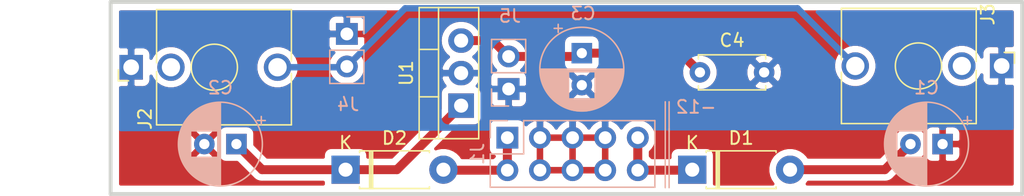
<source format=kicad_pcb>
(kicad_pcb (version 20171130) (host pcbnew 5.1.6)

  (general
    (thickness 1.6)
    (drawings 10)
    (tracks 23)
    (zones 0)
    (modules 12)
    (nets 10)
  )

  (page A4)
  (layers
    (0 F.Cu signal hide)
    (31 B.Cu signal)
    (32 B.Adhes user)
    (33 F.Adhes user)
    (34 B.Paste user)
    (35 F.Paste user)
    (36 B.SilkS user)
    (37 F.SilkS user)
    (38 B.Mask user)
    (39 F.Mask user)
    (40 Dwgs.User user)
    (41 Cmts.User user)
    (42 Eco1.User user)
    (43 Eco2.User user)
    (44 Edge.Cuts user)
    (45 Margin user)
    (46 B.CrtYd user)
    (47 F.CrtYd user)
    (48 B.Fab user hide)
    (49 F.Fab user hide)
  )

  (setup
    (last_trace_width 0.5)
    (trace_clearance 0.2)
    (zone_clearance 0.508)
    (zone_45_only no)
    (trace_min 0.2)
    (via_size 0.8)
    (via_drill 0.4)
    (via_min_size 0.4)
    (via_min_drill 0.3)
    (uvia_size 0.3)
    (uvia_drill 0.1)
    (uvias_allowed no)
    (uvia_min_size 0.2)
    (uvia_min_drill 0.1)
    (edge_width 0.05)
    (segment_width 0.2)
    (pcb_text_width 0.3)
    (pcb_text_size 1.5 1.5)
    (mod_edge_width 0.12)
    (mod_text_size 1 1)
    (mod_text_width 0.15)
    (pad_size 1.524 1.524)
    (pad_drill 0.762)
    (pad_to_mask_clearance 0.05)
    (aux_axis_origin 0 0)
    (visible_elements FFFFFF7F)
    (pcbplotparams
      (layerselection 0x010fc_ffffffff)
      (usegerberextensions false)
      (usegerberattributes true)
      (usegerberadvancedattributes true)
      (creategerberjobfile true)
      (excludeedgelayer true)
      (linewidth 0.100000)
      (plotframeref false)
      (viasonmask false)
      (mode 1)
      (useauxorigin false)
      (hpglpennumber 1)
      (hpglpenspeed 20)
      (hpglpendiameter 15.000000)
      (psnegative false)
      (psa4output false)
      (plotreference true)
      (plotvalue true)
      (plotinvisibletext false)
      (padsonsilk false)
      (subtractmaskfromsilk false)
      (outputformat 1)
      (mirror false)
      (drillshape 1)
      (scaleselection 1)
      (outputdirectory ""))
  )

  (net 0 "")
  (net 1 GND)
  (net 2 "Net-(C1-Pad2)")
  (net 3 "Net-(C2-Pad1)")
  (net 4 "Net-(C3-Pad1)")
  (net 5 -12V)
  (net 6 +12V)
  (net 7 "Net-(J2-PadTN)")
  (net 8 "Net-(J2-PadT)")
  (net 9 "Net-(J3-PadTN)")

  (net_class Default "This is the default net class."
    (clearance 0.2)
    (trace_width 0.5)
    (via_dia 0.8)
    (via_drill 0.4)
    (uvia_dia 0.3)
    (uvia_drill 0.1)
    (add_net "Net-(J2-PadT)")
    (add_net "Net-(J2-PadTN)")
    (add_net "Net-(J3-PadTN)")
  )

  (net_class Power ""
    (clearance 0.2)
    (trace_width 0.7)
    (via_dia 0.8)
    (via_drill 0.4)
    (uvia_dia 0.3)
    (uvia_drill 0.1)
    (add_net +12V)
    (add_net -12V)
    (add_net GND)
    (add_net "Net-(C1-Pad2)")
    (add_net "Net-(C2-Pad1)")
    (add_net "Net-(C3-Pad1)")
  )

  (module Capacitor_THT:CP_Radial_D6.3mm_P2.50mm (layer B.Cu) (tedit 5AE50EF0) (tstamp 5F0E2487)
    (at 84.9 33.1 180)
    (descr "CP, Radial series, Radial, pin pitch=2.50mm, , diameter=6.3mm, Electrolytic Capacitor")
    (tags "CP Radial series Radial pin pitch 2.50mm  diameter 6.3mm Electrolytic Capacitor")
    (path /5F0DD302)
    (fp_text reference C1 (at 1.25 4.4) (layer B.SilkS)
      (effects (font (size 1 1) (thickness 0.15)) (justify mirror))
    )
    (fp_text value 10uF (at 1.25 -4.4) (layer B.Fab)
      (effects (font (size 1 1) (thickness 0.15)) (justify mirror))
    )
    (fp_circle (center 1.25 0) (end 4.4 0) (layer B.Fab) (width 0.1))
    (fp_circle (center 1.25 0) (end 4.52 0) (layer B.SilkS) (width 0.12))
    (fp_circle (center 1.25 0) (end 4.65 0) (layer B.CrtYd) (width 0.05))
    (fp_line (start -1.443972 1.3735) (end -0.813972 1.3735) (layer B.Fab) (width 0.1))
    (fp_line (start -1.128972 1.6885) (end -1.128972 1.0585) (layer B.Fab) (width 0.1))
    (fp_line (start 1.25 3.23) (end 1.25 -3.23) (layer B.SilkS) (width 0.12))
    (fp_line (start 1.29 3.23) (end 1.29 -3.23) (layer B.SilkS) (width 0.12))
    (fp_line (start 1.33 3.23) (end 1.33 -3.23) (layer B.SilkS) (width 0.12))
    (fp_line (start 1.37 3.228) (end 1.37 -3.228) (layer B.SilkS) (width 0.12))
    (fp_line (start 1.41 3.227) (end 1.41 -3.227) (layer B.SilkS) (width 0.12))
    (fp_line (start 1.45 3.224) (end 1.45 -3.224) (layer B.SilkS) (width 0.12))
    (fp_line (start 1.49 3.222) (end 1.49 1.04) (layer B.SilkS) (width 0.12))
    (fp_line (start 1.49 -1.04) (end 1.49 -3.222) (layer B.SilkS) (width 0.12))
    (fp_line (start 1.53 3.218) (end 1.53 1.04) (layer B.SilkS) (width 0.12))
    (fp_line (start 1.53 -1.04) (end 1.53 -3.218) (layer B.SilkS) (width 0.12))
    (fp_line (start 1.57 3.215) (end 1.57 1.04) (layer B.SilkS) (width 0.12))
    (fp_line (start 1.57 -1.04) (end 1.57 -3.215) (layer B.SilkS) (width 0.12))
    (fp_line (start 1.61 3.211) (end 1.61 1.04) (layer B.SilkS) (width 0.12))
    (fp_line (start 1.61 -1.04) (end 1.61 -3.211) (layer B.SilkS) (width 0.12))
    (fp_line (start 1.65 3.206) (end 1.65 1.04) (layer B.SilkS) (width 0.12))
    (fp_line (start 1.65 -1.04) (end 1.65 -3.206) (layer B.SilkS) (width 0.12))
    (fp_line (start 1.69 3.201) (end 1.69 1.04) (layer B.SilkS) (width 0.12))
    (fp_line (start 1.69 -1.04) (end 1.69 -3.201) (layer B.SilkS) (width 0.12))
    (fp_line (start 1.73 3.195) (end 1.73 1.04) (layer B.SilkS) (width 0.12))
    (fp_line (start 1.73 -1.04) (end 1.73 -3.195) (layer B.SilkS) (width 0.12))
    (fp_line (start 1.77 3.189) (end 1.77 1.04) (layer B.SilkS) (width 0.12))
    (fp_line (start 1.77 -1.04) (end 1.77 -3.189) (layer B.SilkS) (width 0.12))
    (fp_line (start 1.81 3.182) (end 1.81 1.04) (layer B.SilkS) (width 0.12))
    (fp_line (start 1.81 -1.04) (end 1.81 -3.182) (layer B.SilkS) (width 0.12))
    (fp_line (start 1.85 3.175) (end 1.85 1.04) (layer B.SilkS) (width 0.12))
    (fp_line (start 1.85 -1.04) (end 1.85 -3.175) (layer B.SilkS) (width 0.12))
    (fp_line (start 1.89 3.167) (end 1.89 1.04) (layer B.SilkS) (width 0.12))
    (fp_line (start 1.89 -1.04) (end 1.89 -3.167) (layer B.SilkS) (width 0.12))
    (fp_line (start 1.93 3.159) (end 1.93 1.04) (layer B.SilkS) (width 0.12))
    (fp_line (start 1.93 -1.04) (end 1.93 -3.159) (layer B.SilkS) (width 0.12))
    (fp_line (start 1.971 3.15) (end 1.971 1.04) (layer B.SilkS) (width 0.12))
    (fp_line (start 1.971 -1.04) (end 1.971 -3.15) (layer B.SilkS) (width 0.12))
    (fp_line (start 2.011 3.141) (end 2.011 1.04) (layer B.SilkS) (width 0.12))
    (fp_line (start 2.011 -1.04) (end 2.011 -3.141) (layer B.SilkS) (width 0.12))
    (fp_line (start 2.051 3.131) (end 2.051 1.04) (layer B.SilkS) (width 0.12))
    (fp_line (start 2.051 -1.04) (end 2.051 -3.131) (layer B.SilkS) (width 0.12))
    (fp_line (start 2.091 3.121) (end 2.091 1.04) (layer B.SilkS) (width 0.12))
    (fp_line (start 2.091 -1.04) (end 2.091 -3.121) (layer B.SilkS) (width 0.12))
    (fp_line (start 2.131 3.11) (end 2.131 1.04) (layer B.SilkS) (width 0.12))
    (fp_line (start 2.131 -1.04) (end 2.131 -3.11) (layer B.SilkS) (width 0.12))
    (fp_line (start 2.171 3.098) (end 2.171 1.04) (layer B.SilkS) (width 0.12))
    (fp_line (start 2.171 -1.04) (end 2.171 -3.098) (layer B.SilkS) (width 0.12))
    (fp_line (start 2.211 3.086) (end 2.211 1.04) (layer B.SilkS) (width 0.12))
    (fp_line (start 2.211 -1.04) (end 2.211 -3.086) (layer B.SilkS) (width 0.12))
    (fp_line (start 2.251 3.074) (end 2.251 1.04) (layer B.SilkS) (width 0.12))
    (fp_line (start 2.251 -1.04) (end 2.251 -3.074) (layer B.SilkS) (width 0.12))
    (fp_line (start 2.291 3.061) (end 2.291 1.04) (layer B.SilkS) (width 0.12))
    (fp_line (start 2.291 -1.04) (end 2.291 -3.061) (layer B.SilkS) (width 0.12))
    (fp_line (start 2.331 3.047) (end 2.331 1.04) (layer B.SilkS) (width 0.12))
    (fp_line (start 2.331 -1.04) (end 2.331 -3.047) (layer B.SilkS) (width 0.12))
    (fp_line (start 2.371 3.033) (end 2.371 1.04) (layer B.SilkS) (width 0.12))
    (fp_line (start 2.371 -1.04) (end 2.371 -3.033) (layer B.SilkS) (width 0.12))
    (fp_line (start 2.411 3.018) (end 2.411 1.04) (layer B.SilkS) (width 0.12))
    (fp_line (start 2.411 -1.04) (end 2.411 -3.018) (layer B.SilkS) (width 0.12))
    (fp_line (start 2.451 3.002) (end 2.451 1.04) (layer B.SilkS) (width 0.12))
    (fp_line (start 2.451 -1.04) (end 2.451 -3.002) (layer B.SilkS) (width 0.12))
    (fp_line (start 2.491 2.986) (end 2.491 1.04) (layer B.SilkS) (width 0.12))
    (fp_line (start 2.491 -1.04) (end 2.491 -2.986) (layer B.SilkS) (width 0.12))
    (fp_line (start 2.531 2.97) (end 2.531 1.04) (layer B.SilkS) (width 0.12))
    (fp_line (start 2.531 -1.04) (end 2.531 -2.97) (layer B.SilkS) (width 0.12))
    (fp_line (start 2.571 2.952) (end 2.571 1.04) (layer B.SilkS) (width 0.12))
    (fp_line (start 2.571 -1.04) (end 2.571 -2.952) (layer B.SilkS) (width 0.12))
    (fp_line (start 2.611 2.934) (end 2.611 1.04) (layer B.SilkS) (width 0.12))
    (fp_line (start 2.611 -1.04) (end 2.611 -2.934) (layer B.SilkS) (width 0.12))
    (fp_line (start 2.651 2.916) (end 2.651 1.04) (layer B.SilkS) (width 0.12))
    (fp_line (start 2.651 -1.04) (end 2.651 -2.916) (layer B.SilkS) (width 0.12))
    (fp_line (start 2.691 2.896) (end 2.691 1.04) (layer B.SilkS) (width 0.12))
    (fp_line (start 2.691 -1.04) (end 2.691 -2.896) (layer B.SilkS) (width 0.12))
    (fp_line (start 2.731 2.876) (end 2.731 1.04) (layer B.SilkS) (width 0.12))
    (fp_line (start 2.731 -1.04) (end 2.731 -2.876) (layer B.SilkS) (width 0.12))
    (fp_line (start 2.771 2.856) (end 2.771 1.04) (layer B.SilkS) (width 0.12))
    (fp_line (start 2.771 -1.04) (end 2.771 -2.856) (layer B.SilkS) (width 0.12))
    (fp_line (start 2.811 2.834) (end 2.811 1.04) (layer B.SilkS) (width 0.12))
    (fp_line (start 2.811 -1.04) (end 2.811 -2.834) (layer B.SilkS) (width 0.12))
    (fp_line (start 2.851 2.812) (end 2.851 1.04) (layer B.SilkS) (width 0.12))
    (fp_line (start 2.851 -1.04) (end 2.851 -2.812) (layer B.SilkS) (width 0.12))
    (fp_line (start 2.891 2.79) (end 2.891 1.04) (layer B.SilkS) (width 0.12))
    (fp_line (start 2.891 -1.04) (end 2.891 -2.79) (layer B.SilkS) (width 0.12))
    (fp_line (start 2.931 2.766) (end 2.931 1.04) (layer B.SilkS) (width 0.12))
    (fp_line (start 2.931 -1.04) (end 2.931 -2.766) (layer B.SilkS) (width 0.12))
    (fp_line (start 2.971 2.742) (end 2.971 1.04) (layer B.SilkS) (width 0.12))
    (fp_line (start 2.971 -1.04) (end 2.971 -2.742) (layer B.SilkS) (width 0.12))
    (fp_line (start 3.011 2.716) (end 3.011 1.04) (layer B.SilkS) (width 0.12))
    (fp_line (start 3.011 -1.04) (end 3.011 -2.716) (layer B.SilkS) (width 0.12))
    (fp_line (start 3.051 2.69) (end 3.051 1.04) (layer B.SilkS) (width 0.12))
    (fp_line (start 3.051 -1.04) (end 3.051 -2.69) (layer B.SilkS) (width 0.12))
    (fp_line (start 3.091 2.664) (end 3.091 1.04) (layer B.SilkS) (width 0.12))
    (fp_line (start 3.091 -1.04) (end 3.091 -2.664) (layer B.SilkS) (width 0.12))
    (fp_line (start 3.131 2.636) (end 3.131 1.04) (layer B.SilkS) (width 0.12))
    (fp_line (start 3.131 -1.04) (end 3.131 -2.636) (layer B.SilkS) (width 0.12))
    (fp_line (start 3.171 2.607) (end 3.171 1.04) (layer B.SilkS) (width 0.12))
    (fp_line (start 3.171 -1.04) (end 3.171 -2.607) (layer B.SilkS) (width 0.12))
    (fp_line (start 3.211 2.578) (end 3.211 1.04) (layer B.SilkS) (width 0.12))
    (fp_line (start 3.211 -1.04) (end 3.211 -2.578) (layer B.SilkS) (width 0.12))
    (fp_line (start 3.251 2.548) (end 3.251 1.04) (layer B.SilkS) (width 0.12))
    (fp_line (start 3.251 -1.04) (end 3.251 -2.548) (layer B.SilkS) (width 0.12))
    (fp_line (start 3.291 2.516) (end 3.291 1.04) (layer B.SilkS) (width 0.12))
    (fp_line (start 3.291 -1.04) (end 3.291 -2.516) (layer B.SilkS) (width 0.12))
    (fp_line (start 3.331 2.484) (end 3.331 1.04) (layer B.SilkS) (width 0.12))
    (fp_line (start 3.331 -1.04) (end 3.331 -2.484) (layer B.SilkS) (width 0.12))
    (fp_line (start 3.371 2.45) (end 3.371 1.04) (layer B.SilkS) (width 0.12))
    (fp_line (start 3.371 -1.04) (end 3.371 -2.45) (layer B.SilkS) (width 0.12))
    (fp_line (start 3.411 2.416) (end 3.411 1.04) (layer B.SilkS) (width 0.12))
    (fp_line (start 3.411 -1.04) (end 3.411 -2.416) (layer B.SilkS) (width 0.12))
    (fp_line (start 3.451 2.38) (end 3.451 1.04) (layer B.SilkS) (width 0.12))
    (fp_line (start 3.451 -1.04) (end 3.451 -2.38) (layer B.SilkS) (width 0.12))
    (fp_line (start 3.491 2.343) (end 3.491 1.04) (layer B.SilkS) (width 0.12))
    (fp_line (start 3.491 -1.04) (end 3.491 -2.343) (layer B.SilkS) (width 0.12))
    (fp_line (start 3.531 2.305) (end 3.531 1.04) (layer B.SilkS) (width 0.12))
    (fp_line (start 3.531 -1.04) (end 3.531 -2.305) (layer B.SilkS) (width 0.12))
    (fp_line (start 3.571 2.265) (end 3.571 -2.265) (layer B.SilkS) (width 0.12))
    (fp_line (start 3.611 2.224) (end 3.611 -2.224) (layer B.SilkS) (width 0.12))
    (fp_line (start 3.651 2.182) (end 3.651 -2.182) (layer B.SilkS) (width 0.12))
    (fp_line (start 3.691 2.137) (end 3.691 -2.137) (layer B.SilkS) (width 0.12))
    (fp_line (start 3.731 2.092) (end 3.731 -2.092) (layer B.SilkS) (width 0.12))
    (fp_line (start 3.771 2.044) (end 3.771 -2.044) (layer B.SilkS) (width 0.12))
    (fp_line (start 3.811 1.995) (end 3.811 -1.995) (layer B.SilkS) (width 0.12))
    (fp_line (start 3.851 1.944) (end 3.851 -1.944) (layer B.SilkS) (width 0.12))
    (fp_line (start 3.891 1.89) (end 3.891 -1.89) (layer B.SilkS) (width 0.12))
    (fp_line (start 3.931 1.834) (end 3.931 -1.834) (layer B.SilkS) (width 0.12))
    (fp_line (start 3.971 1.776) (end 3.971 -1.776) (layer B.SilkS) (width 0.12))
    (fp_line (start 4.011 1.714) (end 4.011 -1.714) (layer B.SilkS) (width 0.12))
    (fp_line (start 4.051 1.65) (end 4.051 -1.65) (layer B.SilkS) (width 0.12))
    (fp_line (start 4.091 1.581) (end 4.091 -1.581) (layer B.SilkS) (width 0.12))
    (fp_line (start 4.131 1.509) (end 4.131 -1.509) (layer B.SilkS) (width 0.12))
    (fp_line (start 4.171 1.432) (end 4.171 -1.432) (layer B.SilkS) (width 0.12))
    (fp_line (start 4.211 1.35) (end 4.211 -1.35) (layer B.SilkS) (width 0.12))
    (fp_line (start 4.251 1.262) (end 4.251 -1.262) (layer B.SilkS) (width 0.12))
    (fp_line (start 4.291 1.165) (end 4.291 -1.165) (layer B.SilkS) (width 0.12))
    (fp_line (start 4.331 1.059) (end 4.331 -1.059) (layer B.SilkS) (width 0.12))
    (fp_line (start 4.371 0.94) (end 4.371 -0.94) (layer B.SilkS) (width 0.12))
    (fp_line (start 4.411 0.802) (end 4.411 -0.802) (layer B.SilkS) (width 0.12))
    (fp_line (start 4.451 0.633) (end 4.451 -0.633) (layer B.SilkS) (width 0.12))
    (fp_line (start 4.491 0.402) (end 4.491 -0.402) (layer B.SilkS) (width 0.12))
    (fp_line (start -2.250241 1.839) (end -1.620241 1.839) (layer B.SilkS) (width 0.12))
    (fp_line (start -1.935241 2.154) (end -1.935241 1.524) (layer B.SilkS) (width 0.12))
    (fp_text user %R (at 1.25 0) (layer B.Fab)
      (effects (font (size 1 1) (thickness 0.15)) (justify mirror))
    )
    (pad 1 thru_hole rect (at 0 0 180) (size 1.6 1.6) (drill 0.8) (layers *.Cu *.Mask)
      (net 1 GND))
    (pad 2 thru_hole circle (at 2.5 0 180) (size 1.6 1.6) (drill 0.8) (layers *.Cu *.Mask)
      (net 2 "Net-(C1-Pad2)"))
    (model ${KISYS3DMOD}/Capacitor_THT.3dshapes/CP_Radial_D6.3mm_P2.50mm.wrl
      (at (xyz 0 0 0))
      (scale (xyz 1 1 1))
      (rotate (xyz 0 0 0))
    )
  )

  (module Capacitor_THT:CP_Radial_D6.3mm_P2.50mm (layer B.Cu) (tedit 5AE50EF0) (tstamp 5F0E22B9)
    (at 29.9 33.1 180)
    (descr "CP, Radial series, Radial, pin pitch=2.50mm, , diameter=6.3mm, Electrolytic Capacitor")
    (tags "CP Radial series Radial pin pitch 2.50mm  diameter 6.3mm Electrolytic Capacitor")
    (path /5F11E553)
    (fp_text reference C2 (at 1.25 4.4) (layer B.SilkS)
      (effects (font (size 1 1) (thickness 0.15)) (justify mirror))
    )
    (fp_text value 10uF (at 1.25 -4.4) (layer B.Fab)
      (effects (font (size 1 1) (thickness 0.15)) (justify mirror))
    )
    (fp_line (start -1.935241 2.154) (end -1.935241 1.524) (layer B.SilkS) (width 0.12))
    (fp_line (start -2.250241 1.839) (end -1.620241 1.839) (layer B.SilkS) (width 0.12))
    (fp_line (start 4.491 0.402) (end 4.491 -0.402) (layer B.SilkS) (width 0.12))
    (fp_line (start 4.451 0.633) (end 4.451 -0.633) (layer B.SilkS) (width 0.12))
    (fp_line (start 4.411 0.802) (end 4.411 -0.802) (layer B.SilkS) (width 0.12))
    (fp_line (start 4.371 0.94) (end 4.371 -0.94) (layer B.SilkS) (width 0.12))
    (fp_line (start 4.331 1.059) (end 4.331 -1.059) (layer B.SilkS) (width 0.12))
    (fp_line (start 4.291 1.165) (end 4.291 -1.165) (layer B.SilkS) (width 0.12))
    (fp_line (start 4.251 1.262) (end 4.251 -1.262) (layer B.SilkS) (width 0.12))
    (fp_line (start 4.211 1.35) (end 4.211 -1.35) (layer B.SilkS) (width 0.12))
    (fp_line (start 4.171 1.432) (end 4.171 -1.432) (layer B.SilkS) (width 0.12))
    (fp_line (start 4.131 1.509) (end 4.131 -1.509) (layer B.SilkS) (width 0.12))
    (fp_line (start 4.091 1.581) (end 4.091 -1.581) (layer B.SilkS) (width 0.12))
    (fp_line (start 4.051 1.65) (end 4.051 -1.65) (layer B.SilkS) (width 0.12))
    (fp_line (start 4.011 1.714) (end 4.011 -1.714) (layer B.SilkS) (width 0.12))
    (fp_line (start 3.971 1.776) (end 3.971 -1.776) (layer B.SilkS) (width 0.12))
    (fp_line (start 3.931 1.834) (end 3.931 -1.834) (layer B.SilkS) (width 0.12))
    (fp_line (start 3.891 1.89) (end 3.891 -1.89) (layer B.SilkS) (width 0.12))
    (fp_line (start 3.851 1.944) (end 3.851 -1.944) (layer B.SilkS) (width 0.12))
    (fp_line (start 3.811 1.995) (end 3.811 -1.995) (layer B.SilkS) (width 0.12))
    (fp_line (start 3.771 2.044) (end 3.771 -2.044) (layer B.SilkS) (width 0.12))
    (fp_line (start 3.731 2.092) (end 3.731 -2.092) (layer B.SilkS) (width 0.12))
    (fp_line (start 3.691 2.137) (end 3.691 -2.137) (layer B.SilkS) (width 0.12))
    (fp_line (start 3.651 2.182) (end 3.651 -2.182) (layer B.SilkS) (width 0.12))
    (fp_line (start 3.611 2.224) (end 3.611 -2.224) (layer B.SilkS) (width 0.12))
    (fp_line (start 3.571 2.265) (end 3.571 -2.265) (layer B.SilkS) (width 0.12))
    (fp_line (start 3.531 -1.04) (end 3.531 -2.305) (layer B.SilkS) (width 0.12))
    (fp_line (start 3.531 2.305) (end 3.531 1.04) (layer B.SilkS) (width 0.12))
    (fp_line (start 3.491 -1.04) (end 3.491 -2.343) (layer B.SilkS) (width 0.12))
    (fp_line (start 3.491 2.343) (end 3.491 1.04) (layer B.SilkS) (width 0.12))
    (fp_line (start 3.451 -1.04) (end 3.451 -2.38) (layer B.SilkS) (width 0.12))
    (fp_line (start 3.451 2.38) (end 3.451 1.04) (layer B.SilkS) (width 0.12))
    (fp_line (start 3.411 -1.04) (end 3.411 -2.416) (layer B.SilkS) (width 0.12))
    (fp_line (start 3.411 2.416) (end 3.411 1.04) (layer B.SilkS) (width 0.12))
    (fp_line (start 3.371 -1.04) (end 3.371 -2.45) (layer B.SilkS) (width 0.12))
    (fp_line (start 3.371 2.45) (end 3.371 1.04) (layer B.SilkS) (width 0.12))
    (fp_line (start 3.331 -1.04) (end 3.331 -2.484) (layer B.SilkS) (width 0.12))
    (fp_line (start 3.331 2.484) (end 3.331 1.04) (layer B.SilkS) (width 0.12))
    (fp_line (start 3.291 -1.04) (end 3.291 -2.516) (layer B.SilkS) (width 0.12))
    (fp_line (start 3.291 2.516) (end 3.291 1.04) (layer B.SilkS) (width 0.12))
    (fp_line (start 3.251 -1.04) (end 3.251 -2.548) (layer B.SilkS) (width 0.12))
    (fp_line (start 3.251 2.548) (end 3.251 1.04) (layer B.SilkS) (width 0.12))
    (fp_line (start 3.211 -1.04) (end 3.211 -2.578) (layer B.SilkS) (width 0.12))
    (fp_line (start 3.211 2.578) (end 3.211 1.04) (layer B.SilkS) (width 0.12))
    (fp_line (start 3.171 -1.04) (end 3.171 -2.607) (layer B.SilkS) (width 0.12))
    (fp_line (start 3.171 2.607) (end 3.171 1.04) (layer B.SilkS) (width 0.12))
    (fp_line (start 3.131 -1.04) (end 3.131 -2.636) (layer B.SilkS) (width 0.12))
    (fp_line (start 3.131 2.636) (end 3.131 1.04) (layer B.SilkS) (width 0.12))
    (fp_line (start 3.091 -1.04) (end 3.091 -2.664) (layer B.SilkS) (width 0.12))
    (fp_line (start 3.091 2.664) (end 3.091 1.04) (layer B.SilkS) (width 0.12))
    (fp_line (start 3.051 -1.04) (end 3.051 -2.69) (layer B.SilkS) (width 0.12))
    (fp_line (start 3.051 2.69) (end 3.051 1.04) (layer B.SilkS) (width 0.12))
    (fp_line (start 3.011 -1.04) (end 3.011 -2.716) (layer B.SilkS) (width 0.12))
    (fp_line (start 3.011 2.716) (end 3.011 1.04) (layer B.SilkS) (width 0.12))
    (fp_line (start 2.971 -1.04) (end 2.971 -2.742) (layer B.SilkS) (width 0.12))
    (fp_line (start 2.971 2.742) (end 2.971 1.04) (layer B.SilkS) (width 0.12))
    (fp_line (start 2.931 -1.04) (end 2.931 -2.766) (layer B.SilkS) (width 0.12))
    (fp_line (start 2.931 2.766) (end 2.931 1.04) (layer B.SilkS) (width 0.12))
    (fp_line (start 2.891 -1.04) (end 2.891 -2.79) (layer B.SilkS) (width 0.12))
    (fp_line (start 2.891 2.79) (end 2.891 1.04) (layer B.SilkS) (width 0.12))
    (fp_line (start 2.851 -1.04) (end 2.851 -2.812) (layer B.SilkS) (width 0.12))
    (fp_line (start 2.851 2.812) (end 2.851 1.04) (layer B.SilkS) (width 0.12))
    (fp_line (start 2.811 -1.04) (end 2.811 -2.834) (layer B.SilkS) (width 0.12))
    (fp_line (start 2.811 2.834) (end 2.811 1.04) (layer B.SilkS) (width 0.12))
    (fp_line (start 2.771 -1.04) (end 2.771 -2.856) (layer B.SilkS) (width 0.12))
    (fp_line (start 2.771 2.856) (end 2.771 1.04) (layer B.SilkS) (width 0.12))
    (fp_line (start 2.731 -1.04) (end 2.731 -2.876) (layer B.SilkS) (width 0.12))
    (fp_line (start 2.731 2.876) (end 2.731 1.04) (layer B.SilkS) (width 0.12))
    (fp_line (start 2.691 -1.04) (end 2.691 -2.896) (layer B.SilkS) (width 0.12))
    (fp_line (start 2.691 2.896) (end 2.691 1.04) (layer B.SilkS) (width 0.12))
    (fp_line (start 2.651 -1.04) (end 2.651 -2.916) (layer B.SilkS) (width 0.12))
    (fp_line (start 2.651 2.916) (end 2.651 1.04) (layer B.SilkS) (width 0.12))
    (fp_line (start 2.611 -1.04) (end 2.611 -2.934) (layer B.SilkS) (width 0.12))
    (fp_line (start 2.611 2.934) (end 2.611 1.04) (layer B.SilkS) (width 0.12))
    (fp_line (start 2.571 -1.04) (end 2.571 -2.952) (layer B.SilkS) (width 0.12))
    (fp_line (start 2.571 2.952) (end 2.571 1.04) (layer B.SilkS) (width 0.12))
    (fp_line (start 2.531 -1.04) (end 2.531 -2.97) (layer B.SilkS) (width 0.12))
    (fp_line (start 2.531 2.97) (end 2.531 1.04) (layer B.SilkS) (width 0.12))
    (fp_line (start 2.491 -1.04) (end 2.491 -2.986) (layer B.SilkS) (width 0.12))
    (fp_line (start 2.491 2.986) (end 2.491 1.04) (layer B.SilkS) (width 0.12))
    (fp_line (start 2.451 -1.04) (end 2.451 -3.002) (layer B.SilkS) (width 0.12))
    (fp_line (start 2.451 3.002) (end 2.451 1.04) (layer B.SilkS) (width 0.12))
    (fp_line (start 2.411 -1.04) (end 2.411 -3.018) (layer B.SilkS) (width 0.12))
    (fp_line (start 2.411 3.018) (end 2.411 1.04) (layer B.SilkS) (width 0.12))
    (fp_line (start 2.371 -1.04) (end 2.371 -3.033) (layer B.SilkS) (width 0.12))
    (fp_line (start 2.371 3.033) (end 2.371 1.04) (layer B.SilkS) (width 0.12))
    (fp_line (start 2.331 -1.04) (end 2.331 -3.047) (layer B.SilkS) (width 0.12))
    (fp_line (start 2.331 3.047) (end 2.331 1.04) (layer B.SilkS) (width 0.12))
    (fp_line (start 2.291 -1.04) (end 2.291 -3.061) (layer B.SilkS) (width 0.12))
    (fp_line (start 2.291 3.061) (end 2.291 1.04) (layer B.SilkS) (width 0.12))
    (fp_line (start 2.251 -1.04) (end 2.251 -3.074) (layer B.SilkS) (width 0.12))
    (fp_line (start 2.251 3.074) (end 2.251 1.04) (layer B.SilkS) (width 0.12))
    (fp_line (start 2.211 -1.04) (end 2.211 -3.086) (layer B.SilkS) (width 0.12))
    (fp_line (start 2.211 3.086) (end 2.211 1.04) (layer B.SilkS) (width 0.12))
    (fp_line (start 2.171 -1.04) (end 2.171 -3.098) (layer B.SilkS) (width 0.12))
    (fp_line (start 2.171 3.098) (end 2.171 1.04) (layer B.SilkS) (width 0.12))
    (fp_line (start 2.131 -1.04) (end 2.131 -3.11) (layer B.SilkS) (width 0.12))
    (fp_line (start 2.131 3.11) (end 2.131 1.04) (layer B.SilkS) (width 0.12))
    (fp_line (start 2.091 -1.04) (end 2.091 -3.121) (layer B.SilkS) (width 0.12))
    (fp_line (start 2.091 3.121) (end 2.091 1.04) (layer B.SilkS) (width 0.12))
    (fp_line (start 2.051 -1.04) (end 2.051 -3.131) (layer B.SilkS) (width 0.12))
    (fp_line (start 2.051 3.131) (end 2.051 1.04) (layer B.SilkS) (width 0.12))
    (fp_line (start 2.011 -1.04) (end 2.011 -3.141) (layer B.SilkS) (width 0.12))
    (fp_line (start 2.011 3.141) (end 2.011 1.04) (layer B.SilkS) (width 0.12))
    (fp_line (start 1.971 -1.04) (end 1.971 -3.15) (layer B.SilkS) (width 0.12))
    (fp_line (start 1.971 3.15) (end 1.971 1.04) (layer B.SilkS) (width 0.12))
    (fp_line (start 1.93 -1.04) (end 1.93 -3.159) (layer B.SilkS) (width 0.12))
    (fp_line (start 1.93 3.159) (end 1.93 1.04) (layer B.SilkS) (width 0.12))
    (fp_line (start 1.89 -1.04) (end 1.89 -3.167) (layer B.SilkS) (width 0.12))
    (fp_line (start 1.89 3.167) (end 1.89 1.04) (layer B.SilkS) (width 0.12))
    (fp_line (start 1.85 -1.04) (end 1.85 -3.175) (layer B.SilkS) (width 0.12))
    (fp_line (start 1.85 3.175) (end 1.85 1.04) (layer B.SilkS) (width 0.12))
    (fp_line (start 1.81 -1.04) (end 1.81 -3.182) (layer B.SilkS) (width 0.12))
    (fp_line (start 1.81 3.182) (end 1.81 1.04) (layer B.SilkS) (width 0.12))
    (fp_line (start 1.77 -1.04) (end 1.77 -3.189) (layer B.SilkS) (width 0.12))
    (fp_line (start 1.77 3.189) (end 1.77 1.04) (layer B.SilkS) (width 0.12))
    (fp_line (start 1.73 -1.04) (end 1.73 -3.195) (layer B.SilkS) (width 0.12))
    (fp_line (start 1.73 3.195) (end 1.73 1.04) (layer B.SilkS) (width 0.12))
    (fp_line (start 1.69 -1.04) (end 1.69 -3.201) (layer B.SilkS) (width 0.12))
    (fp_line (start 1.69 3.201) (end 1.69 1.04) (layer B.SilkS) (width 0.12))
    (fp_line (start 1.65 -1.04) (end 1.65 -3.206) (layer B.SilkS) (width 0.12))
    (fp_line (start 1.65 3.206) (end 1.65 1.04) (layer B.SilkS) (width 0.12))
    (fp_line (start 1.61 -1.04) (end 1.61 -3.211) (layer B.SilkS) (width 0.12))
    (fp_line (start 1.61 3.211) (end 1.61 1.04) (layer B.SilkS) (width 0.12))
    (fp_line (start 1.57 -1.04) (end 1.57 -3.215) (layer B.SilkS) (width 0.12))
    (fp_line (start 1.57 3.215) (end 1.57 1.04) (layer B.SilkS) (width 0.12))
    (fp_line (start 1.53 -1.04) (end 1.53 -3.218) (layer B.SilkS) (width 0.12))
    (fp_line (start 1.53 3.218) (end 1.53 1.04) (layer B.SilkS) (width 0.12))
    (fp_line (start 1.49 -1.04) (end 1.49 -3.222) (layer B.SilkS) (width 0.12))
    (fp_line (start 1.49 3.222) (end 1.49 1.04) (layer B.SilkS) (width 0.12))
    (fp_line (start 1.45 3.224) (end 1.45 -3.224) (layer B.SilkS) (width 0.12))
    (fp_line (start 1.41 3.227) (end 1.41 -3.227) (layer B.SilkS) (width 0.12))
    (fp_line (start 1.37 3.228) (end 1.37 -3.228) (layer B.SilkS) (width 0.12))
    (fp_line (start 1.33 3.23) (end 1.33 -3.23) (layer B.SilkS) (width 0.12))
    (fp_line (start 1.29 3.23) (end 1.29 -3.23) (layer B.SilkS) (width 0.12))
    (fp_line (start 1.25 3.23) (end 1.25 -3.23) (layer B.SilkS) (width 0.12))
    (fp_line (start -1.128972 1.6885) (end -1.128972 1.0585) (layer B.Fab) (width 0.1))
    (fp_line (start -1.443972 1.3735) (end -0.813972 1.3735) (layer B.Fab) (width 0.1))
    (fp_circle (center 1.25 0) (end 4.65 0) (layer B.CrtYd) (width 0.05))
    (fp_circle (center 1.25 0) (end 4.52 0) (layer B.SilkS) (width 0.12))
    (fp_circle (center 1.25 0) (end 4.4 0) (layer B.Fab) (width 0.1))
    (fp_text user %R (at 1.25 0) (layer B.Fab)
      (effects (font (size 1 1) (thickness 0.15)) (justify mirror))
    )
    (pad 2 thru_hole circle (at 2.5 0 180) (size 1.6 1.6) (drill 0.8) (layers *.Cu *.Mask)
      (net 1 GND))
    (pad 1 thru_hole rect (at 0 0 180) (size 1.6 1.6) (drill 0.8) (layers *.Cu *.Mask)
      (net 3 "Net-(C2-Pad1)"))
    (model ${KISYS3DMOD}/Capacitor_THT.3dshapes/CP_Radial_D6.3mm_P2.50mm.wrl
      (at (xyz 0 0 0))
      (scale (xyz 1 1 1))
      (rotate (xyz 0 0 0))
    )
  )

  (module Capacitor_THT:CP_Radial_D6.3mm_P2.50mm (layer B.Cu) (tedit 5AE50EF0) (tstamp 5F0DE595)
    (at 56.8 26 270)
    (descr "CP, Radial series, Radial, pin pitch=2.50mm, , diameter=6.3mm, Electrolytic Capacitor")
    (tags "CP Radial series Radial pin pitch 2.50mm  diameter 6.3mm Electrolytic Capacitor")
    (path /5F1291FB)
    (fp_text reference C3 (at -3.1 -0.1) (layer B.SilkS)
      (effects (font (size 1 1) (thickness 0.15)) (justify mirror))
    )
    (fp_text value 100uF (at 1.25 -4.4 270) (layer B.Fab)
      (effects (font (size 1 1) (thickness 0.15)) (justify mirror))
    )
    (fp_circle (center 1.25 0) (end 4.4 0) (layer B.Fab) (width 0.1))
    (fp_circle (center 1.25 0) (end 4.52 0) (layer B.SilkS) (width 0.12))
    (fp_circle (center 1.25 0) (end 4.65 0) (layer B.CrtYd) (width 0.05))
    (fp_line (start -1.443972 1.3735) (end -0.813972 1.3735) (layer B.Fab) (width 0.1))
    (fp_line (start -1.128972 1.6885) (end -1.128972 1.0585) (layer B.Fab) (width 0.1))
    (fp_line (start 1.25 3.23) (end 1.25 -3.23) (layer B.SilkS) (width 0.12))
    (fp_line (start 1.29 3.23) (end 1.29 -3.23) (layer B.SilkS) (width 0.12))
    (fp_line (start 1.33 3.23) (end 1.33 -3.23) (layer B.SilkS) (width 0.12))
    (fp_line (start 1.37 3.228) (end 1.37 -3.228) (layer B.SilkS) (width 0.12))
    (fp_line (start 1.41 3.227) (end 1.41 -3.227) (layer B.SilkS) (width 0.12))
    (fp_line (start 1.45 3.224) (end 1.45 -3.224) (layer B.SilkS) (width 0.12))
    (fp_line (start 1.49 3.222) (end 1.49 1.04) (layer B.SilkS) (width 0.12))
    (fp_line (start 1.49 -1.04) (end 1.49 -3.222) (layer B.SilkS) (width 0.12))
    (fp_line (start 1.53 3.218) (end 1.53 1.04) (layer B.SilkS) (width 0.12))
    (fp_line (start 1.53 -1.04) (end 1.53 -3.218) (layer B.SilkS) (width 0.12))
    (fp_line (start 1.57 3.215) (end 1.57 1.04) (layer B.SilkS) (width 0.12))
    (fp_line (start 1.57 -1.04) (end 1.57 -3.215) (layer B.SilkS) (width 0.12))
    (fp_line (start 1.61 3.211) (end 1.61 1.04) (layer B.SilkS) (width 0.12))
    (fp_line (start 1.61 -1.04) (end 1.61 -3.211) (layer B.SilkS) (width 0.12))
    (fp_line (start 1.65 3.206) (end 1.65 1.04) (layer B.SilkS) (width 0.12))
    (fp_line (start 1.65 -1.04) (end 1.65 -3.206) (layer B.SilkS) (width 0.12))
    (fp_line (start 1.69 3.201) (end 1.69 1.04) (layer B.SilkS) (width 0.12))
    (fp_line (start 1.69 -1.04) (end 1.69 -3.201) (layer B.SilkS) (width 0.12))
    (fp_line (start 1.73 3.195) (end 1.73 1.04) (layer B.SilkS) (width 0.12))
    (fp_line (start 1.73 -1.04) (end 1.73 -3.195) (layer B.SilkS) (width 0.12))
    (fp_line (start 1.77 3.189) (end 1.77 1.04) (layer B.SilkS) (width 0.12))
    (fp_line (start 1.77 -1.04) (end 1.77 -3.189) (layer B.SilkS) (width 0.12))
    (fp_line (start 1.81 3.182) (end 1.81 1.04) (layer B.SilkS) (width 0.12))
    (fp_line (start 1.81 -1.04) (end 1.81 -3.182) (layer B.SilkS) (width 0.12))
    (fp_line (start 1.85 3.175) (end 1.85 1.04) (layer B.SilkS) (width 0.12))
    (fp_line (start 1.85 -1.04) (end 1.85 -3.175) (layer B.SilkS) (width 0.12))
    (fp_line (start 1.89 3.167) (end 1.89 1.04) (layer B.SilkS) (width 0.12))
    (fp_line (start 1.89 -1.04) (end 1.89 -3.167) (layer B.SilkS) (width 0.12))
    (fp_line (start 1.93 3.159) (end 1.93 1.04) (layer B.SilkS) (width 0.12))
    (fp_line (start 1.93 -1.04) (end 1.93 -3.159) (layer B.SilkS) (width 0.12))
    (fp_line (start 1.971 3.15) (end 1.971 1.04) (layer B.SilkS) (width 0.12))
    (fp_line (start 1.971 -1.04) (end 1.971 -3.15) (layer B.SilkS) (width 0.12))
    (fp_line (start 2.011 3.141) (end 2.011 1.04) (layer B.SilkS) (width 0.12))
    (fp_line (start 2.011 -1.04) (end 2.011 -3.141) (layer B.SilkS) (width 0.12))
    (fp_line (start 2.051 3.131) (end 2.051 1.04) (layer B.SilkS) (width 0.12))
    (fp_line (start 2.051 -1.04) (end 2.051 -3.131) (layer B.SilkS) (width 0.12))
    (fp_line (start 2.091 3.121) (end 2.091 1.04) (layer B.SilkS) (width 0.12))
    (fp_line (start 2.091 -1.04) (end 2.091 -3.121) (layer B.SilkS) (width 0.12))
    (fp_line (start 2.131 3.11) (end 2.131 1.04) (layer B.SilkS) (width 0.12))
    (fp_line (start 2.131 -1.04) (end 2.131 -3.11) (layer B.SilkS) (width 0.12))
    (fp_line (start 2.171 3.098) (end 2.171 1.04) (layer B.SilkS) (width 0.12))
    (fp_line (start 2.171 -1.04) (end 2.171 -3.098) (layer B.SilkS) (width 0.12))
    (fp_line (start 2.211 3.086) (end 2.211 1.04) (layer B.SilkS) (width 0.12))
    (fp_line (start 2.211 -1.04) (end 2.211 -3.086) (layer B.SilkS) (width 0.12))
    (fp_line (start 2.251 3.074) (end 2.251 1.04) (layer B.SilkS) (width 0.12))
    (fp_line (start 2.251 -1.04) (end 2.251 -3.074) (layer B.SilkS) (width 0.12))
    (fp_line (start 2.291 3.061) (end 2.291 1.04) (layer B.SilkS) (width 0.12))
    (fp_line (start 2.291 -1.04) (end 2.291 -3.061) (layer B.SilkS) (width 0.12))
    (fp_line (start 2.331 3.047) (end 2.331 1.04) (layer B.SilkS) (width 0.12))
    (fp_line (start 2.331 -1.04) (end 2.331 -3.047) (layer B.SilkS) (width 0.12))
    (fp_line (start 2.371 3.033) (end 2.371 1.04) (layer B.SilkS) (width 0.12))
    (fp_line (start 2.371 -1.04) (end 2.371 -3.033) (layer B.SilkS) (width 0.12))
    (fp_line (start 2.411 3.018) (end 2.411 1.04) (layer B.SilkS) (width 0.12))
    (fp_line (start 2.411 -1.04) (end 2.411 -3.018) (layer B.SilkS) (width 0.12))
    (fp_line (start 2.451 3.002) (end 2.451 1.04) (layer B.SilkS) (width 0.12))
    (fp_line (start 2.451 -1.04) (end 2.451 -3.002) (layer B.SilkS) (width 0.12))
    (fp_line (start 2.491 2.986) (end 2.491 1.04) (layer B.SilkS) (width 0.12))
    (fp_line (start 2.491 -1.04) (end 2.491 -2.986) (layer B.SilkS) (width 0.12))
    (fp_line (start 2.531 2.97) (end 2.531 1.04) (layer B.SilkS) (width 0.12))
    (fp_line (start 2.531 -1.04) (end 2.531 -2.97) (layer B.SilkS) (width 0.12))
    (fp_line (start 2.571 2.952) (end 2.571 1.04) (layer B.SilkS) (width 0.12))
    (fp_line (start 2.571 -1.04) (end 2.571 -2.952) (layer B.SilkS) (width 0.12))
    (fp_line (start 2.611 2.934) (end 2.611 1.04) (layer B.SilkS) (width 0.12))
    (fp_line (start 2.611 -1.04) (end 2.611 -2.934) (layer B.SilkS) (width 0.12))
    (fp_line (start 2.651 2.916) (end 2.651 1.04) (layer B.SilkS) (width 0.12))
    (fp_line (start 2.651 -1.04) (end 2.651 -2.916) (layer B.SilkS) (width 0.12))
    (fp_line (start 2.691 2.896) (end 2.691 1.04) (layer B.SilkS) (width 0.12))
    (fp_line (start 2.691 -1.04) (end 2.691 -2.896) (layer B.SilkS) (width 0.12))
    (fp_line (start 2.731 2.876) (end 2.731 1.04) (layer B.SilkS) (width 0.12))
    (fp_line (start 2.731 -1.04) (end 2.731 -2.876) (layer B.SilkS) (width 0.12))
    (fp_line (start 2.771 2.856) (end 2.771 1.04) (layer B.SilkS) (width 0.12))
    (fp_line (start 2.771 -1.04) (end 2.771 -2.856) (layer B.SilkS) (width 0.12))
    (fp_line (start 2.811 2.834) (end 2.811 1.04) (layer B.SilkS) (width 0.12))
    (fp_line (start 2.811 -1.04) (end 2.811 -2.834) (layer B.SilkS) (width 0.12))
    (fp_line (start 2.851 2.812) (end 2.851 1.04) (layer B.SilkS) (width 0.12))
    (fp_line (start 2.851 -1.04) (end 2.851 -2.812) (layer B.SilkS) (width 0.12))
    (fp_line (start 2.891 2.79) (end 2.891 1.04) (layer B.SilkS) (width 0.12))
    (fp_line (start 2.891 -1.04) (end 2.891 -2.79) (layer B.SilkS) (width 0.12))
    (fp_line (start 2.931 2.766) (end 2.931 1.04) (layer B.SilkS) (width 0.12))
    (fp_line (start 2.931 -1.04) (end 2.931 -2.766) (layer B.SilkS) (width 0.12))
    (fp_line (start 2.971 2.742) (end 2.971 1.04) (layer B.SilkS) (width 0.12))
    (fp_line (start 2.971 -1.04) (end 2.971 -2.742) (layer B.SilkS) (width 0.12))
    (fp_line (start 3.011 2.716) (end 3.011 1.04) (layer B.SilkS) (width 0.12))
    (fp_line (start 3.011 -1.04) (end 3.011 -2.716) (layer B.SilkS) (width 0.12))
    (fp_line (start 3.051 2.69) (end 3.051 1.04) (layer B.SilkS) (width 0.12))
    (fp_line (start 3.051 -1.04) (end 3.051 -2.69) (layer B.SilkS) (width 0.12))
    (fp_line (start 3.091 2.664) (end 3.091 1.04) (layer B.SilkS) (width 0.12))
    (fp_line (start 3.091 -1.04) (end 3.091 -2.664) (layer B.SilkS) (width 0.12))
    (fp_line (start 3.131 2.636) (end 3.131 1.04) (layer B.SilkS) (width 0.12))
    (fp_line (start 3.131 -1.04) (end 3.131 -2.636) (layer B.SilkS) (width 0.12))
    (fp_line (start 3.171 2.607) (end 3.171 1.04) (layer B.SilkS) (width 0.12))
    (fp_line (start 3.171 -1.04) (end 3.171 -2.607) (layer B.SilkS) (width 0.12))
    (fp_line (start 3.211 2.578) (end 3.211 1.04) (layer B.SilkS) (width 0.12))
    (fp_line (start 3.211 -1.04) (end 3.211 -2.578) (layer B.SilkS) (width 0.12))
    (fp_line (start 3.251 2.548) (end 3.251 1.04) (layer B.SilkS) (width 0.12))
    (fp_line (start 3.251 -1.04) (end 3.251 -2.548) (layer B.SilkS) (width 0.12))
    (fp_line (start 3.291 2.516) (end 3.291 1.04) (layer B.SilkS) (width 0.12))
    (fp_line (start 3.291 -1.04) (end 3.291 -2.516) (layer B.SilkS) (width 0.12))
    (fp_line (start 3.331 2.484) (end 3.331 1.04) (layer B.SilkS) (width 0.12))
    (fp_line (start 3.331 -1.04) (end 3.331 -2.484) (layer B.SilkS) (width 0.12))
    (fp_line (start 3.371 2.45) (end 3.371 1.04) (layer B.SilkS) (width 0.12))
    (fp_line (start 3.371 -1.04) (end 3.371 -2.45) (layer B.SilkS) (width 0.12))
    (fp_line (start 3.411 2.416) (end 3.411 1.04) (layer B.SilkS) (width 0.12))
    (fp_line (start 3.411 -1.04) (end 3.411 -2.416) (layer B.SilkS) (width 0.12))
    (fp_line (start 3.451 2.38) (end 3.451 1.04) (layer B.SilkS) (width 0.12))
    (fp_line (start 3.451 -1.04) (end 3.451 -2.38) (layer B.SilkS) (width 0.12))
    (fp_line (start 3.491 2.343) (end 3.491 1.04) (layer B.SilkS) (width 0.12))
    (fp_line (start 3.491 -1.04) (end 3.491 -2.343) (layer B.SilkS) (width 0.12))
    (fp_line (start 3.531 2.305) (end 3.531 1.04) (layer B.SilkS) (width 0.12))
    (fp_line (start 3.531 -1.04) (end 3.531 -2.305) (layer B.SilkS) (width 0.12))
    (fp_line (start 3.571 2.265) (end 3.571 -2.265) (layer B.SilkS) (width 0.12))
    (fp_line (start 3.611 2.224) (end 3.611 -2.224) (layer B.SilkS) (width 0.12))
    (fp_line (start 3.651 2.182) (end 3.651 -2.182) (layer B.SilkS) (width 0.12))
    (fp_line (start 3.691 2.137) (end 3.691 -2.137) (layer B.SilkS) (width 0.12))
    (fp_line (start 3.731 2.092) (end 3.731 -2.092) (layer B.SilkS) (width 0.12))
    (fp_line (start 3.771 2.044) (end 3.771 -2.044) (layer B.SilkS) (width 0.12))
    (fp_line (start 3.811 1.995) (end 3.811 -1.995) (layer B.SilkS) (width 0.12))
    (fp_line (start 3.851 1.944) (end 3.851 -1.944) (layer B.SilkS) (width 0.12))
    (fp_line (start 3.891 1.89) (end 3.891 -1.89) (layer B.SilkS) (width 0.12))
    (fp_line (start 3.931 1.834) (end 3.931 -1.834) (layer B.SilkS) (width 0.12))
    (fp_line (start 3.971 1.776) (end 3.971 -1.776) (layer B.SilkS) (width 0.12))
    (fp_line (start 4.011 1.714) (end 4.011 -1.714) (layer B.SilkS) (width 0.12))
    (fp_line (start 4.051 1.65) (end 4.051 -1.65) (layer B.SilkS) (width 0.12))
    (fp_line (start 4.091 1.581) (end 4.091 -1.581) (layer B.SilkS) (width 0.12))
    (fp_line (start 4.131 1.509) (end 4.131 -1.509) (layer B.SilkS) (width 0.12))
    (fp_line (start 4.171 1.432) (end 4.171 -1.432) (layer B.SilkS) (width 0.12))
    (fp_line (start 4.211 1.35) (end 4.211 -1.35) (layer B.SilkS) (width 0.12))
    (fp_line (start 4.251 1.262) (end 4.251 -1.262) (layer B.SilkS) (width 0.12))
    (fp_line (start 4.291 1.165) (end 4.291 -1.165) (layer B.SilkS) (width 0.12))
    (fp_line (start 4.331 1.059) (end 4.331 -1.059) (layer B.SilkS) (width 0.12))
    (fp_line (start 4.371 0.94) (end 4.371 -0.94) (layer B.SilkS) (width 0.12))
    (fp_line (start 4.411 0.802) (end 4.411 -0.802) (layer B.SilkS) (width 0.12))
    (fp_line (start 4.451 0.633) (end 4.451 -0.633) (layer B.SilkS) (width 0.12))
    (fp_line (start 4.491 0.402) (end 4.491 -0.402) (layer B.SilkS) (width 0.12))
    (fp_line (start -2.250241 1.839) (end -1.620241 1.839) (layer B.SilkS) (width 0.12))
    (fp_line (start -1.935241 2.154) (end -1.935241 1.524) (layer B.SilkS) (width 0.12))
    (fp_text user %R (at 1.25 0 270) (layer B.Fab)
      (effects (font (size 1 1) (thickness 0.15)) (justify mirror))
    )
    (pad 1 thru_hole rect (at 0 0 270) (size 1.6 1.6) (drill 0.8) (layers *.Cu *.Mask)
      (net 4 "Net-(C3-Pad1)"))
    (pad 2 thru_hole circle (at 2.5 0 270) (size 1.6 1.6) (drill 0.8) (layers *.Cu *.Mask)
      (net 1 GND))
    (model ${KISYS3DMOD}/Capacitor_THT.3dshapes/CP_Radial_D6.3mm_P2.50mm.wrl
      (at (xyz 0 0 0))
      (scale (xyz 1 1 1))
      (rotate (xyz 0 0 0))
    )
  )

  (module Diode_THT:D_DO-41_SOD81_P7.62mm_Horizontal (layer F.Cu) (tedit 5AE50CD5) (tstamp 5F0E2190)
    (at 65.4 35.1)
    (descr "Diode, DO-41_SOD81 series, Axial, Horizontal, pin pitch=7.62mm, , length*diameter=5.2*2.7mm^2, , http://www.diodes.com/_files/packages/DO-41%20(Plastic).pdf")
    (tags "Diode DO-41_SOD81 series Axial Horizontal pin pitch 7.62mm  length 5.2mm diameter 2.7mm")
    (path /5F138EB5)
    (fp_text reference D1 (at 3.81 -2.47) (layer F.SilkS)
      (effects (font (size 1 1) (thickness 0.15)))
    )
    (fp_text value D (at 3.81 2.47) (layer F.Fab)
      (effects (font (size 1 1) (thickness 0.15)))
    )
    (fp_line (start 8.97 -1.6) (end -1.35 -1.6) (layer F.CrtYd) (width 0.05))
    (fp_line (start 8.97 1.6) (end 8.97 -1.6) (layer F.CrtYd) (width 0.05))
    (fp_line (start -1.35 1.6) (end 8.97 1.6) (layer F.CrtYd) (width 0.05))
    (fp_line (start -1.35 -1.6) (end -1.35 1.6) (layer F.CrtYd) (width 0.05))
    (fp_line (start 1.87 -1.47) (end 1.87 1.47) (layer F.SilkS) (width 0.12))
    (fp_line (start 2.11 -1.47) (end 2.11 1.47) (layer F.SilkS) (width 0.12))
    (fp_line (start 1.99 -1.47) (end 1.99 1.47) (layer F.SilkS) (width 0.12))
    (fp_line (start 6.53 1.47) (end 6.53 1.34) (layer F.SilkS) (width 0.12))
    (fp_line (start 1.09 1.47) (end 6.53 1.47) (layer F.SilkS) (width 0.12))
    (fp_line (start 1.09 1.34) (end 1.09 1.47) (layer F.SilkS) (width 0.12))
    (fp_line (start 6.53 -1.47) (end 6.53 -1.34) (layer F.SilkS) (width 0.12))
    (fp_line (start 1.09 -1.47) (end 6.53 -1.47) (layer F.SilkS) (width 0.12))
    (fp_line (start 1.09 -1.34) (end 1.09 -1.47) (layer F.SilkS) (width 0.12))
    (fp_line (start 1.89 -1.35) (end 1.89 1.35) (layer F.Fab) (width 0.1))
    (fp_line (start 2.09 -1.35) (end 2.09 1.35) (layer F.Fab) (width 0.1))
    (fp_line (start 1.99 -1.35) (end 1.99 1.35) (layer F.Fab) (width 0.1))
    (fp_line (start 7.62 0) (end 6.41 0) (layer F.Fab) (width 0.1))
    (fp_line (start 0 0) (end 1.21 0) (layer F.Fab) (width 0.1))
    (fp_line (start 6.41 -1.35) (end 1.21 -1.35) (layer F.Fab) (width 0.1))
    (fp_line (start 6.41 1.35) (end 6.41 -1.35) (layer F.Fab) (width 0.1))
    (fp_line (start 1.21 1.35) (end 6.41 1.35) (layer F.Fab) (width 0.1))
    (fp_line (start 1.21 -1.35) (end 1.21 1.35) (layer F.Fab) (width 0.1))
    (fp_text user K (at 0 -2.1) (layer F.SilkS)
      (effects (font (size 1 1) (thickness 0.15)))
    )
    (fp_text user K (at 0 -2.1) (layer F.Fab)
      (effects (font (size 1 1) (thickness 0.15)))
    )
    (fp_text user %R (at 4.2 0) (layer F.Fab)
      (effects (font (size 1 1) (thickness 0.15)))
    )
    (pad 2 thru_hole oval (at 7.62 0) (size 2.2 2.2) (drill 1.1) (layers *.Cu *.Mask)
      (net 2 "Net-(C1-Pad2)"))
    (pad 1 thru_hole rect (at 0 0) (size 2.2 2.2) (drill 1.1) (layers *.Cu *.Mask)
      (net 5 -12V))
    (model ${KISYS3DMOD}/Diode_THT.3dshapes/D_DO-41_SOD81_P7.62mm_Horizontal.wrl
      (at (xyz 0 0 0))
      (scale (xyz 1 1 1))
      (rotate (xyz 0 0 0))
    )
  )

  (module Diode_THT:D_DO-41_SOD81_P7.62mm_Horizontal (layer F.Cu) (tedit 5AE50CD5) (tstamp 5F0E21EA)
    (at 38.4 35.1)
    (descr "Diode, DO-41_SOD81 series, Axial, Horizontal, pin pitch=7.62mm, , length*diameter=5.2*2.7mm^2, , http://www.diodes.com/_files/packages/DO-41%20(Plastic).pdf")
    (tags "Diode DO-41_SOD81 series Axial Horizontal pin pitch 7.62mm  length 5.2mm diameter 2.7mm")
    (path /5F11D354)
    (fp_text reference D2 (at 3.81 -2.47) (layer F.SilkS)
      (effects (font (size 1 1) (thickness 0.15)))
    )
    (fp_text value D (at 3.81 2.47) (layer F.Fab)
      (effects (font (size 1 1) (thickness 0.15)))
    )
    (fp_line (start 1.21 -1.35) (end 1.21 1.35) (layer F.Fab) (width 0.1))
    (fp_line (start 1.21 1.35) (end 6.41 1.35) (layer F.Fab) (width 0.1))
    (fp_line (start 6.41 1.35) (end 6.41 -1.35) (layer F.Fab) (width 0.1))
    (fp_line (start 6.41 -1.35) (end 1.21 -1.35) (layer F.Fab) (width 0.1))
    (fp_line (start 0 0) (end 1.21 0) (layer F.Fab) (width 0.1))
    (fp_line (start 7.62 0) (end 6.41 0) (layer F.Fab) (width 0.1))
    (fp_line (start 1.99 -1.35) (end 1.99 1.35) (layer F.Fab) (width 0.1))
    (fp_line (start 2.09 -1.35) (end 2.09 1.35) (layer F.Fab) (width 0.1))
    (fp_line (start 1.89 -1.35) (end 1.89 1.35) (layer F.Fab) (width 0.1))
    (fp_line (start 1.09 -1.34) (end 1.09 -1.47) (layer F.SilkS) (width 0.12))
    (fp_line (start 1.09 -1.47) (end 6.53 -1.47) (layer F.SilkS) (width 0.12))
    (fp_line (start 6.53 -1.47) (end 6.53 -1.34) (layer F.SilkS) (width 0.12))
    (fp_line (start 1.09 1.34) (end 1.09 1.47) (layer F.SilkS) (width 0.12))
    (fp_line (start 1.09 1.47) (end 6.53 1.47) (layer F.SilkS) (width 0.12))
    (fp_line (start 6.53 1.47) (end 6.53 1.34) (layer F.SilkS) (width 0.12))
    (fp_line (start 1.99 -1.47) (end 1.99 1.47) (layer F.SilkS) (width 0.12))
    (fp_line (start 2.11 -1.47) (end 2.11 1.47) (layer F.SilkS) (width 0.12))
    (fp_line (start 1.87 -1.47) (end 1.87 1.47) (layer F.SilkS) (width 0.12))
    (fp_line (start -1.35 -1.6) (end -1.35 1.6) (layer F.CrtYd) (width 0.05))
    (fp_line (start -1.35 1.6) (end 8.97 1.6) (layer F.CrtYd) (width 0.05))
    (fp_line (start 8.97 1.6) (end 8.97 -1.6) (layer F.CrtYd) (width 0.05))
    (fp_line (start 8.97 -1.6) (end -1.35 -1.6) (layer F.CrtYd) (width 0.05))
    (fp_text user %R (at 4.2 0) (layer F.Fab)
      (effects (font (size 1 1) (thickness 0.15)))
    )
    (fp_text user K (at 0 -2.1) (layer F.Fab)
      (effects (font (size 1 1) (thickness 0.15)))
    )
    (fp_text user K (at 0 -2.1) (layer F.SilkS)
      (effects (font (size 1 1) (thickness 0.15)))
    )
    (pad 1 thru_hole rect (at 0 0) (size 2.2 2.2) (drill 1.1) (layers *.Cu *.Mask)
      (net 3 "Net-(C2-Pad1)"))
    (pad 2 thru_hole oval (at 7.62 0) (size 2.2 2.2) (drill 1.1) (layers *.Cu *.Mask)
      (net 6 +12V))
    (model ${KISYS3DMOD}/Diode_THT.3dshapes/D_DO-41_SOD81_P7.62mm_Horizontal.wrl
      (at (xyz 0 0 0))
      (scale (xyz 1 1 1))
      (rotate (xyz 0 0 0))
    )
  )

  (module Connector_PinHeader_2.54mm:PinHeader_2x05_P2.54mm_Vertical (layer B.Cu) (tedit 59FED5CC) (tstamp 5F0DE606)
    (at 51 32.6 270)
    (descr "Through hole straight pin header, 2x05, 2.54mm pitch, double rows")
    (tags "Through hole pin header THT 2x05 2.54mm double row")
    (path /5F0FDAF4)
    (fp_text reference J1 (at 1.27 2.33 270) (layer B.SilkS)
      (effects (font (size 1 1) (thickness 0.15)) (justify mirror))
    )
    (fp_text value Conn_02x05_Odd_Even (at 1.27 -12.49 270) (layer B.Fab)
      (effects (font (size 1 1) (thickness 0.15)) (justify mirror))
    )
    (fp_line (start 0 1.27) (end 3.81 1.27) (layer B.Fab) (width 0.1))
    (fp_line (start 3.81 1.27) (end 3.81 -11.43) (layer B.Fab) (width 0.1))
    (fp_line (start 3.81 -11.43) (end -1.27 -11.43) (layer B.Fab) (width 0.1))
    (fp_line (start -1.27 -11.43) (end -1.27 0) (layer B.Fab) (width 0.1))
    (fp_line (start -1.27 0) (end 0 1.27) (layer B.Fab) (width 0.1))
    (fp_line (start -1.33 -11.49) (end 3.87 -11.49) (layer B.SilkS) (width 0.12))
    (fp_line (start -1.33 -1.27) (end -1.33 -11.49) (layer B.SilkS) (width 0.12))
    (fp_line (start 3.87 1.33) (end 3.87 -11.49) (layer B.SilkS) (width 0.12))
    (fp_line (start -1.33 -1.27) (end 1.27 -1.27) (layer B.SilkS) (width 0.12))
    (fp_line (start 1.27 -1.27) (end 1.27 1.33) (layer B.SilkS) (width 0.12))
    (fp_line (start 1.27 1.33) (end 3.87 1.33) (layer B.SilkS) (width 0.12))
    (fp_line (start -1.33 0) (end -1.33 1.33) (layer B.SilkS) (width 0.12))
    (fp_line (start -1.33 1.33) (end 0 1.33) (layer B.SilkS) (width 0.12))
    (fp_line (start -1.8 1.8) (end -1.8 -11.95) (layer B.CrtYd) (width 0.05))
    (fp_line (start -1.8 -11.95) (end 4.35 -11.95) (layer B.CrtYd) (width 0.05))
    (fp_line (start 4.35 -11.95) (end 4.35 1.8) (layer B.CrtYd) (width 0.05))
    (fp_line (start 4.35 1.8) (end -1.8 1.8) (layer B.CrtYd) (width 0.05))
    (fp_text user %R (at 1.27 -5.08) (layer B.Fab)
      (effects (font (size 1 1) (thickness 0.15)) (justify mirror))
    )
    (pad 1 thru_hole rect (at 0 0 270) (size 1.7 1.7) (drill 1) (layers *.Cu *.Mask)
      (net 6 +12V))
    (pad 2 thru_hole oval (at 2.54 0 270) (size 1.7 1.7) (drill 1) (layers *.Cu *.Mask)
      (net 6 +12V))
    (pad 3 thru_hole oval (at 0 -2.54 270) (size 1.7 1.7) (drill 1) (layers *.Cu *.Mask)
      (net 1 GND))
    (pad 4 thru_hole oval (at 2.54 -2.54 270) (size 1.7 1.7) (drill 1) (layers *.Cu *.Mask)
      (net 1 GND))
    (pad 5 thru_hole oval (at 0 -5.08 270) (size 1.7 1.7) (drill 1) (layers *.Cu *.Mask)
      (net 1 GND))
    (pad 6 thru_hole oval (at 2.54 -5.08 270) (size 1.7 1.7) (drill 1) (layers *.Cu *.Mask)
      (net 1 GND))
    (pad 7 thru_hole oval (at 0 -7.62 270) (size 1.7 1.7) (drill 1) (layers *.Cu *.Mask)
      (net 1 GND))
    (pad 8 thru_hole oval (at 2.54 -7.62 270) (size 1.7 1.7) (drill 1) (layers *.Cu *.Mask)
      (net 1 GND))
    (pad 9 thru_hole oval (at 0 -10.16 270) (size 1.7 1.7) (drill 1) (layers *.Cu *.Mask)
      (net 5 -12V))
    (pad 10 thru_hole oval (at 2.54 -10.16 270) (size 1.7 1.7) (drill 1) (layers *.Cu *.Mask)
      (net 5 -12V))
    (model ${KISYS3DMOD}/Connector_PinHeader_2.54mm.3dshapes/PinHeader_2x05_P2.54mm_Vertical.wrl
      (at (xyz 0 0 0))
      (scale (xyz 1 1 1))
      (rotate (xyz 0 0 0))
    )
  )

  (module Connector_Audio:Jack_3.5mm_QingPu_WQP-PJ398SM_Vertical_CircularHoles (layer F.Cu) (tedit 5C2B6BB2) (tstamp 5F0DE628)
    (at 21.7 27.1 90)
    (descr "TRS 3.5mm, vertical, Thonkiconn, PCB mount, (http://www.qingpu-electronics.com/en/products/WQP-PJ398SM-362.html)")
    (tags "WQP-PJ398SM WQP-PJ301M-12 TRS 3.5mm mono vertical jack thonkiconn qingpu")
    (path /5F0DCEBB)
    (fp_text reference J2 (at -4.03 1.08 270) (layer F.SilkS)
      (effects (font (size 1 1) (thickness 0.15)))
    )
    (fp_text value AudioJack2_SwitchT (at 0 5 270) (layer F.Fab)
      (effects (font (size 1 1) (thickness 0.15)))
    )
    (fp_line (start -5 12.98) (end -5 -1.42) (layer F.CrtYd) (width 0.05))
    (fp_line (start -4.5 12.48) (end -4.5 2.08) (layer F.Fab) (width 0.1))
    (fp_line (start -4.5 1.98) (end -4.5 12.48) (layer F.SilkS) (width 0.12))
    (fp_line (start 4.5 1.98) (end 4.5 12.48) (layer F.SilkS) (width 0.12))
    (fp_circle (center 0 6.48) (end 1.5 6.48) (layer Dwgs.User) (width 0.12))
    (fp_line (start 0.09 7.96) (end 1.48 6.57) (layer Dwgs.User) (width 0.12))
    (fp_line (start -0.58 7.83) (end 1.36 5.89) (layer Dwgs.User) (width 0.12))
    (fp_line (start -1.07 7.49) (end 1.01 5.41) (layer Dwgs.User) (width 0.12))
    (fp_line (start -1.42 6.875) (end 0.4 5.06) (layer Dwgs.User) (width 0.12))
    (fp_line (start -1.41 6.02) (end -0.46 5.07) (layer Dwgs.User) (width 0.12))
    (fp_line (start 4.5 12.48) (end 0.5 12.48) (layer F.SilkS) (width 0.12))
    (fp_line (start -0.5 12.48) (end -4.5 12.48) (layer F.SilkS) (width 0.12))
    (fp_line (start 4.5 1.98) (end 0.35 1.98) (layer F.SilkS) (width 0.12))
    (fp_line (start -0.35 1.98) (end -4.5 1.98) (layer F.SilkS) (width 0.12))
    (fp_circle (center 0 6.48) (end 1.8 6.48) (layer F.SilkS) (width 0.12))
    (fp_line (start -1.06 -1) (end -1.06 -0.2) (layer F.SilkS) (width 0.12))
    (fp_line (start -1.06 -1) (end -0.2 -1) (layer F.SilkS) (width 0.12))
    (fp_line (start 4.5 12.48) (end 4.5 2.08) (layer F.Fab) (width 0.1))
    (fp_line (start 4.5 12.48) (end -4.5 12.48) (layer F.Fab) (width 0.1))
    (fp_line (start 5 12.98) (end 5 -1.42) (layer F.CrtYd) (width 0.05))
    (fp_line (start 5 12.98) (end -5 12.98) (layer F.CrtYd) (width 0.05))
    (fp_line (start 5 -1.42) (end -5 -1.42) (layer F.CrtYd) (width 0.05))
    (fp_line (start 4.5 2.03) (end -4.5 2.03) (layer F.Fab) (width 0.1))
    (fp_circle (center 0 6.48) (end 1.8 6.48) (layer F.Fab) (width 0.1))
    (fp_line (start 0 0) (end 0 2.03) (layer F.Fab) (width 0.1))
    (fp_text user KEEPOUT (at 0 6.48 90) (layer Cmts.User)
      (effects (font (size 0.4 0.4) (thickness 0.051)))
    )
    (fp_text user %R (at 0 8 270) (layer F.Fab)
      (effects (font (size 1 1) (thickness 0.15)))
    )
    (pad TN thru_hole circle (at 0 3.1 270) (size 2.13 2.13) (drill 1.42) (layers *.Cu *.Mask)
      (net 7 "Net-(J2-PadTN)"))
    (pad S thru_hole rect (at 0 0 270) (size 1.93 1.83) (drill 1.22) (layers *.Cu *.Mask)
      (net 1 GND))
    (pad T thru_hole circle (at 0 11.4 270) (size 2.13 2.13) (drill 1.43) (layers *.Cu *.Mask)
      (net 8 "Net-(J2-PadT)"))
    (model ${KISYS3DMOD}/Connector_Audio.3dshapes/Jack_3.5mm_QingPu_WQP-PJ398SM_Vertical.wrl
      (at (xyz 0 0 0))
      (scale (xyz 1 1 1))
      (rotate (xyz 0 0 0))
    )
  )

  (module Connector_Audio:Jack_3.5mm_QingPu_WQP-PJ398SM_Vertical_CircularHoles (layer F.Cu) (tedit 5C2B6BB2) (tstamp 5F0DE64A)
    (at 89.5 27 270)
    (descr "TRS 3.5mm, vertical, Thonkiconn, PCB mount, (http://www.qingpu-electronics.com/en/products/WQP-PJ398SM-362.html)")
    (tags "WQP-PJ398SM WQP-PJ301M-12 TRS 3.5mm mono vertical jack thonkiconn qingpu")
    (path /5F145993)
    (fp_text reference J3 (at -4.03 1.08 270) (layer F.SilkS)
      (effects (font (size 1 1) (thickness 0.15)))
    )
    (fp_text value AudioJack2_SwitchT (at 0 5 270) (layer F.Fab)
      (effects (font (size 1 1) (thickness 0.15)))
    )
    (fp_line (start 0 0) (end 0 2.03) (layer F.Fab) (width 0.1))
    (fp_circle (center 0 6.48) (end 1.8 6.48) (layer F.Fab) (width 0.1))
    (fp_line (start 4.5 2.03) (end -4.5 2.03) (layer F.Fab) (width 0.1))
    (fp_line (start 5 -1.42) (end -5 -1.42) (layer F.CrtYd) (width 0.05))
    (fp_line (start 5 12.98) (end -5 12.98) (layer F.CrtYd) (width 0.05))
    (fp_line (start 5 12.98) (end 5 -1.42) (layer F.CrtYd) (width 0.05))
    (fp_line (start 4.5 12.48) (end -4.5 12.48) (layer F.Fab) (width 0.1))
    (fp_line (start 4.5 12.48) (end 4.5 2.08) (layer F.Fab) (width 0.1))
    (fp_line (start -1.06 -1) (end -0.2 -1) (layer F.SilkS) (width 0.12))
    (fp_line (start -1.06 -1) (end -1.06 -0.2) (layer F.SilkS) (width 0.12))
    (fp_circle (center 0 6.48) (end 1.8 6.48) (layer F.SilkS) (width 0.12))
    (fp_line (start -0.35 1.98) (end -4.5 1.98) (layer F.SilkS) (width 0.12))
    (fp_line (start 4.5 1.98) (end 0.35 1.98) (layer F.SilkS) (width 0.12))
    (fp_line (start -0.5 12.48) (end -4.5 12.48) (layer F.SilkS) (width 0.12))
    (fp_line (start 4.5 12.48) (end 0.5 12.48) (layer F.SilkS) (width 0.12))
    (fp_line (start -1.41 6.02) (end -0.46 5.07) (layer Dwgs.User) (width 0.12))
    (fp_line (start -1.42 6.875) (end 0.4 5.06) (layer Dwgs.User) (width 0.12))
    (fp_line (start -1.07 7.49) (end 1.01 5.41) (layer Dwgs.User) (width 0.12))
    (fp_line (start -0.58 7.83) (end 1.36 5.89) (layer Dwgs.User) (width 0.12))
    (fp_line (start 0.09 7.96) (end 1.48 6.57) (layer Dwgs.User) (width 0.12))
    (fp_circle (center 0 6.48) (end 1.5 6.48) (layer Dwgs.User) (width 0.12))
    (fp_line (start 4.5 1.98) (end 4.5 12.48) (layer F.SilkS) (width 0.12))
    (fp_line (start -4.5 1.98) (end -4.5 12.48) (layer F.SilkS) (width 0.12))
    (fp_line (start -4.5 12.48) (end -4.5 2.08) (layer F.Fab) (width 0.1))
    (fp_line (start -5 12.98) (end -5 -1.42) (layer F.CrtYd) (width 0.05))
    (fp_text user %R (at 0 8 270) (layer F.Fab)
      (effects (font (size 1 1) (thickness 0.15)))
    )
    (fp_text user KEEPOUT (at 0 6.48 90) (layer Cmts.User)
      (effects (font (size 0.4 0.4) (thickness 0.051)))
    )
    (pad T thru_hole circle (at 0 11.4 90) (size 2.13 2.13) (drill 1.43) (layers *.Cu *.Mask)
      (net 8 "Net-(J2-PadT)"))
    (pad S thru_hole rect (at 0 0 90) (size 1.93 1.83) (drill 1.22) (layers *.Cu *.Mask)
      (net 1 GND))
    (pad TN thru_hole circle (at 0 3.1 90) (size 2.13 2.13) (drill 1.42) (layers *.Cu *.Mask)
      (net 9 "Net-(J3-PadTN)"))
    (model ${KISYS3DMOD}/Connector_Audio.3dshapes/Jack_3.5mm_QingPu_WQP-PJ398SM_Vertical.wrl
      (at (xyz 0 0 0))
      (scale (xyz 1 1 1))
      (rotate (xyz 0 0 0))
    )
  )

  (module Connector_PinHeader_2.54mm:PinHeader_1x02_P2.54mm_Vertical (layer B.Cu) (tedit 59FED5CC) (tstamp 5F0DE660)
    (at 38.5 24.5 180)
    (descr "Through hole straight pin header, 1x02, 2.54mm pitch, single row")
    (tags "Through hole pin header THT 1x02 2.54mm single row")
    (path /5F1338AB)
    (fp_text reference J4 (at -0.1 -5.5) (layer B.SilkS)
      (effects (font (size 1 1) (thickness 0.15)) (justify mirror))
    )
    (fp_text value Conn_01x02_Male (at 0 -4.87) (layer B.Fab)
      (effects (font (size 1 1) (thickness 0.15)) (justify mirror))
    )
    (fp_line (start 1.8 1.8) (end -1.8 1.8) (layer B.CrtYd) (width 0.05))
    (fp_line (start 1.8 -4.35) (end 1.8 1.8) (layer B.CrtYd) (width 0.05))
    (fp_line (start -1.8 -4.35) (end 1.8 -4.35) (layer B.CrtYd) (width 0.05))
    (fp_line (start -1.8 1.8) (end -1.8 -4.35) (layer B.CrtYd) (width 0.05))
    (fp_line (start -1.33 1.33) (end 0 1.33) (layer B.SilkS) (width 0.12))
    (fp_line (start -1.33 0) (end -1.33 1.33) (layer B.SilkS) (width 0.12))
    (fp_line (start -1.33 -1.27) (end 1.33 -1.27) (layer B.SilkS) (width 0.12))
    (fp_line (start 1.33 -1.27) (end 1.33 -3.87) (layer B.SilkS) (width 0.12))
    (fp_line (start -1.33 -1.27) (end -1.33 -3.87) (layer B.SilkS) (width 0.12))
    (fp_line (start -1.33 -3.87) (end 1.33 -3.87) (layer B.SilkS) (width 0.12))
    (fp_line (start -1.27 0.635) (end -0.635 1.27) (layer B.Fab) (width 0.1))
    (fp_line (start -1.27 -3.81) (end -1.27 0.635) (layer B.Fab) (width 0.1))
    (fp_line (start 1.27 -3.81) (end -1.27 -3.81) (layer B.Fab) (width 0.1))
    (fp_line (start 1.27 1.27) (end 1.27 -3.81) (layer B.Fab) (width 0.1))
    (fp_line (start -0.635 1.27) (end 1.27 1.27) (layer B.Fab) (width 0.1))
    (fp_text user %R (at 0 -1.27 270) (layer B.Fab)
      (effects (font (size 1 1) (thickness 0.15)) (justify mirror))
    )
    (pad 2 thru_hole oval (at 0 -2.54 180) (size 1.7 1.7) (drill 1) (layers *.Cu *.Mask)
      (net 8 "Net-(J2-PadT)"))
    (pad 1 thru_hole rect (at 0 0 180) (size 1.7 1.7) (drill 1) (layers *.Cu *.Mask)
      (net 1 GND))
    (model ${KISYS3DMOD}/Connector_PinHeader_2.54mm.3dshapes/PinHeader_1x02_P2.54mm_Vertical.wrl
      (at (xyz 0 0 0))
      (scale (xyz 1 1 1))
      (rotate (xyz 0 0 0))
    )
  )

  (module Connector_PinHeader_2.54mm:PinHeader_1x02_P2.54mm_Vertical (layer B.Cu) (tedit 59FED5CC) (tstamp 5F0E1320)
    (at 51.1 28.8)
    (descr "Through hole straight pin header, 1x02, 2.54mm pitch, single row")
    (tags "Through hole pin header THT 1x02 2.54mm single row")
    (path /5F12E4A5)
    (fp_text reference J5 (at 0.1 -5.7) (layer B.SilkS)
      (effects (font (size 1 1) (thickness 0.15)) (justify mirror))
    )
    (fp_text value Conn_01x02_Male (at 0 -4.87) (layer B.Fab)
      (effects (font (size 1 1) (thickness 0.15)) (justify mirror))
    )
    (fp_line (start -0.635 1.27) (end 1.27 1.27) (layer B.Fab) (width 0.1))
    (fp_line (start 1.27 1.27) (end 1.27 -3.81) (layer B.Fab) (width 0.1))
    (fp_line (start 1.27 -3.81) (end -1.27 -3.81) (layer B.Fab) (width 0.1))
    (fp_line (start -1.27 -3.81) (end -1.27 0.635) (layer B.Fab) (width 0.1))
    (fp_line (start -1.27 0.635) (end -0.635 1.27) (layer B.Fab) (width 0.1))
    (fp_line (start -1.33 -3.87) (end 1.33 -3.87) (layer B.SilkS) (width 0.12))
    (fp_line (start -1.33 -1.27) (end -1.33 -3.87) (layer B.SilkS) (width 0.12))
    (fp_line (start 1.33 -1.27) (end 1.33 -3.87) (layer B.SilkS) (width 0.12))
    (fp_line (start -1.33 -1.27) (end 1.33 -1.27) (layer B.SilkS) (width 0.12))
    (fp_line (start -1.33 0) (end -1.33 1.33) (layer B.SilkS) (width 0.12))
    (fp_line (start -1.33 1.33) (end 0 1.33) (layer B.SilkS) (width 0.12))
    (fp_line (start -1.8 1.8) (end -1.8 -4.35) (layer B.CrtYd) (width 0.05))
    (fp_line (start -1.8 -4.35) (end 1.8 -4.35) (layer B.CrtYd) (width 0.05))
    (fp_line (start 1.8 -4.35) (end 1.8 1.8) (layer B.CrtYd) (width 0.05))
    (fp_line (start 1.8 1.8) (end -1.8 1.8) (layer B.CrtYd) (width 0.05))
    (fp_text user %R (at 0 -1.27 -90) (layer B.Fab)
      (effects (font (size 1 1) (thickness 0.15)) (justify mirror))
    )
    (pad 1 thru_hole rect (at 0 0) (size 1.7 1.7) (drill 1) (layers *.Cu *.Mask)
      (net 1 GND))
    (pad 2 thru_hole oval (at 0 -2.54) (size 1.7 1.7) (drill 1) (layers *.Cu *.Mask)
      (net 4 "Net-(C3-Pad1)"))
    (model ${KISYS3DMOD}/Connector_PinHeader_2.54mm.3dshapes/PinHeader_1x02_P2.54mm_Vertical.wrl
      (at (xyz 0 0 0))
      (scale (xyz 1 1 1))
      (rotate (xyz 0 0 0))
    )
  )

  (module Package_TO_SOT_THT:TO-220-3_Vertical (layer F.Cu) (tedit 5AC8BA0D) (tstamp 5F0DE690)
    (at 47.4 30.1 90)
    (descr "TO-220-3, Vertical, RM 2.54mm, see https://www.vishay.com/docs/66542/to-220-1.pdf")
    (tags "TO-220-3 Vertical RM 2.54mm")
    (path /5F0DD7CF)
    (fp_text reference U1 (at 2.54 -4.27 90) (layer F.SilkS)
      (effects (font (size 1 1) (thickness 0.15)))
    )
    (fp_text value LM7805_TO220 (at 2.54 2.5 90) (layer F.Fab)
      (effects (font (size 1 1) (thickness 0.15)))
    )
    (fp_line (start -2.46 -3.15) (end -2.46 1.25) (layer F.Fab) (width 0.1))
    (fp_line (start -2.46 1.25) (end 7.54 1.25) (layer F.Fab) (width 0.1))
    (fp_line (start 7.54 1.25) (end 7.54 -3.15) (layer F.Fab) (width 0.1))
    (fp_line (start 7.54 -3.15) (end -2.46 -3.15) (layer F.Fab) (width 0.1))
    (fp_line (start -2.46 -1.88) (end 7.54 -1.88) (layer F.Fab) (width 0.1))
    (fp_line (start 0.69 -3.15) (end 0.69 -1.88) (layer F.Fab) (width 0.1))
    (fp_line (start 4.39 -3.15) (end 4.39 -1.88) (layer F.Fab) (width 0.1))
    (fp_line (start -2.58 -3.27) (end 7.66 -3.27) (layer F.SilkS) (width 0.12))
    (fp_line (start -2.58 1.371) (end 7.66 1.371) (layer F.SilkS) (width 0.12))
    (fp_line (start -2.58 -3.27) (end -2.58 1.371) (layer F.SilkS) (width 0.12))
    (fp_line (start 7.66 -3.27) (end 7.66 1.371) (layer F.SilkS) (width 0.12))
    (fp_line (start -2.58 -1.76) (end 7.66 -1.76) (layer F.SilkS) (width 0.12))
    (fp_line (start 0.69 -3.27) (end 0.69 -1.76) (layer F.SilkS) (width 0.12))
    (fp_line (start 4.391 -3.27) (end 4.391 -1.76) (layer F.SilkS) (width 0.12))
    (fp_line (start -2.71 -3.4) (end -2.71 1.51) (layer F.CrtYd) (width 0.05))
    (fp_line (start -2.71 1.51) (end 7.79 1.51) (layer F.CrtYd) (width 0.05))
    (fp_line (start 7.79 1.51) (end 7.79 -3.4) (layer F.CrtYd) (width 0.05))
    (fp_line (start 7.79 -3.4) (end -2.71 -3.4) (layer F.CrtYd) (width 0.05))
    (fp_text user %R (at 2.54 -4.27 90) (layer F.Fab)
      (effects (font (size 1 1) (thickness 0.15)))
    )
    (pad 1 thru_hole rect (at 0 0 90) (size 1.905 2) (drill 1.1) (layers *.Cu *.Mask)
      (net 3 "Net-(C2-Pad1)"))
    (pad 2 thru_hole oval (at 2.54 0 90) (size 1.905 2) (drill 1.1) (layers *.Cu *.Mask)
      (net 1 GND))
    (pad 3 thru_hole oval (at 5.08 0 90) (size 1.905 2) (drill 1.1) (layers *.Cu *.Mask)
      (net 4 "Net-(C3-Pad1)"))
    (model ${KISYS3DMOD}/Package_TO_SOT_THT.3dshapes/TO-220-3_Vertical.wrl
      (at (xyz 0 0 0))
      (scale (xyz 1 1 1))
      (rotate (xyz 0 0 0))
    )
  )

  (module Capacitor_THT:C_Disc_D5.0mm_W2.5mm_P5.00mm (layer F.Cu) (tedit 5AE50EF0) (tstamp 5F0E0B42)
    (at 66 27.5)
    (descr "C, Disc series, Radial, pin pitch=5.00mm, , diameter*width=5*2.5mm^2, Capacitor, http://cdn-reichelt.de/documents/datenblatt/B300/DS_KERKO_TC.pdf")
    (tags "C Disc series Radial pin pitch 5.00mm  diameter 5mm width 2.5mm Capacitor")
    (path /5F12B80A)
    (fp_text reference C4 (at 2.5 -2.5) (layer F.SilkS)
      (effects (font (size 1 1) (thickness 0.15)))
    )
    (fp_text value 100nF (at 2.5 2.5) (layer F.Fab)
      (effects (font (size 1 1) (thickness 0.15)))
    )
    (fp_line (start 6.05 -1.5) (end -1.05 -1.5) (layer F.CrtYd) (width 0.05))
    (fp_line (start 6.05 1.5) (end 6.05 -1.5) (layer F.CrtYd) (width 0.05))
    (fp_line (start -1.05 1.5) (end 6.05 1.5) (layer F.CrtYd) (width 0.05))
    (fp_line (start -1.05 -1.5) (end -1.05 1.5) (layer F.CrtYd) (width 0.05))
    (fp_line (start 5.12 1.055) (end 5.12 1.37) (layer F.SilkS) (width 0.12))
    (fp_line (start 5.12 -1.37) (end 5.12 -1.055) (layer F.SilkS) (width 0.12))
    (fp_line (start -0.12 1.055) (end -0.12 1.37) (layer F.SilkS) (width 0.12))
    (fp_line (start -0.12 -1.37) (end -0.12 -1.055) (layer F.SilkS) (width 0.12))
    (fp_line (start -0.12 1.37) (end 5.12 1.37) (layer F.SilkS) (width 0.12))
    (fp_line (start -0.12 -1.37) (end 5.12 -1.37) (layer F.SilkS) (width 0.12))
    (fp_line (start 5 -1.25) (end 0 -1.25) (layer F.Fab) (width 0.1))
    (fp_line (start 5 1.25) (end 5 -1.25) (layer F.Fab) (width 0.1))
    (fp_line (start 0 1.25) (end 5 1.25) (layer F.Fab) (width 0.1))
    (fp_line (start 0 -1.25) (end 0 1.25) (layer F.Fab) (width 0.1))
    (fp_text user %R (at 2.5 0) (layer F.Fab)
      (effects (font (size 1 1) (thickness 0.15)))
    )
    (pad 1 thru_hole circle (at 0 0) (size 1.6 1.6) (drill 0.8) (layers *.Cu *.Mask)
      (net 4 "Net-(C3-Pad1)"))
    (pad 2 thru_hole circle (at 5 0) (size 1.6 1.6) (drill 0.8) (layers *.Cu *.Mask)
      (net 1 GND))
    (model ${KISYS3DMOD}/Capacitor_THT.3dshapes/C_Disc_D5.0mm_W2.5mm_P5.00mm.wrl
      (at (xyz 0 0 0))
      (scale (xyz 1 1 1))
      (rotate (xyz 0 0 0))
    )
  )

  (dimension 15.000333 (width 0.15) (layer Dwgs.User)
    (gr_text "15.000 mm" (at 15.150109 29.467335 89.6180338) (layer Dwgs.User)
      (effects (font (size 1 1) (thickness 0.15)))
    )
    (feature1 (pts (xy 20.1 22) (xy 15.913672 21.972091)))
    (feature2 (pts (xy 20 37) (xy 15.813672 36.972091)))
    (crossbar (pts (xy 16.40008 36.976001) (xy 16.50008 21.976001)))
    (arrow1a (pts (xy 16.50008 21.976001) (xy 17.078978 23.106389)))
    (arrow1b (pts (xy 16.50008 21.976001) (xy 15.906162 23.09857)))
    (arrow2a (pts (xy 16.40008 36.976001) (xy 16.993998 35.853432)))
    (arrow2b (pts (xy 16.40008 36.976001) (xy 15.821182 35.845613)))
  )
  (gr_line (start 20.1 37) (end 20.1 22) (layer Edge.Cuts) (width 0.3))
  (gr_line (start 63.3 29.8) (end 63.3 36.5) (layer B.SilkS) (width 0.12) (tstamp 5F0E23E0))
  (gr_line (start 63.3 31.9) (end 63.3 32.1) (layer B.SilkS) (width 0.12) (tstamp 5F0E23E3))
  (gr_line (start 63.6 31.9) (end 63.6 32.1) (layer B.SilkS) (width 0.12) (tstamp 5F0E23F2))
  (gr_line (start 63.6 29.8) (end 63.6 36.5) (layer B.SilkS) (width 0.12) (tstamp 5F0E23E6))
  (gr_text -12 (at 65.7 30.2) (layer B.SilkS) (tstamp 5F0E25C6)
    (effects (font (size 1 1) (thickness 0.15)) (justify mirror))
  )
  (gr_line (start 20.1 22) (end 91.1 22) (layer Edge.Cuts) (width 0.3))
  (gr_line (start 91.1 22) (end 91.1 37) (layer Edge.Cuts) (width 0.3))
  (gr_line (start 91.1 37) (end 20.1 37) (layer Edge.Cuts) (width 0.3))

  (segment (start 80.4 35.1) (end 82.4 33.1) (width 0.7) (layer F.Cu) (net 2) (tstamp 5F0E25C0))
  (segment (start 73.02 35.1) (end 80.4 35.1) (width 0.7) (layer F.Cu) (net 2) (tstamp 5F0E23E9))
  (segment (start 31.9 35.1) (end 29.9 33.1) (width 0.7) (layer F.Cu) (net 3) (tstamp 5F0E25C3))
  (segment (start 31.9 35.1) (end 38.4 35.1) (width 0.7) (layer F.Cu) (net 3) (tstamp 5F0E25B1))
  (segment (start 42.4 35.1) (end 47.4 30.1) (width 0.7) (layer F.Cu) (net 3))
  (segment (start 38.4 35.1) (end 42.4 35.1) (width 0.7) (layer F.Cu) (net 3))
  (segment (start 49.86 25.02) (end 51.1 26.26) (width 0.7) (layer F.Cu) (net 4))
  (segment (start 47.4 25.02) (end 49.86 25.02) (width 0.7) (layer F.Cu) (net 4))
  (segment (start 56.54 26.26) (end 56.8 26) (width 0.7) (layer F.Cu) (net 4))
  (segment (start 51.1 26.26) (end 56.54 26.26) (width 0.7) (layer F.Cu) (net 4))
  (segment (start 64.5 26) (end 66 27.5) (width 0.7) (layer F.Cu) (net 4))
  (segment (start 56.8 26) (end 64.5 26) (width 0.7) (layer F.Cu) (net 4))
  (segment (start 65.36 35.14) (end 65.4 35.1) (width 0.7) (layer F.Cu) (net 5) (tstamp 5F0E25B7))
  (segment (start 61.16 35.14) (end 65.36 35.14) (width 0.7) (layer F.Cu) (net 5) (tstamp 5F0E23EF))
  (segment (start 61.16 32.6) (end 61.16 35.14) (width 0.7) (layer F.Cu) (net 5) (tstamp 5F0E25B4))
  (segment (start 46.06 35.14) (end 46.02 35.1) (width 0.7) (layer F.Cu) (net 6) (tstamp 5F0E25AE))
  (segment (start 51 32.6) (end 51 35.14) (width 0.7) (layer F.Cu) (net 6) (tstamp 5F0E25BA))
  (segment (start 51 35.14) (end 46.06 35.14) (width 0.7) (layer F.Cu) (net 6) (tstamp 5F0E23EC))
  (segment (start 38.44 27.1) (end 38.5 27.04) (width 0.5) (layer B.Cu) (net 8))
  (segment (start 33.1 27.1) (end 38.44 27.1) (width 0.5) (layer B.Cu) (net 8))
  (segment (start 78.1 27) (end 73.6 22.5) (width 0.5) (layer B.Cu) (net 8))
  (segment (start 43.04 22.5) (end 38.5 27.04) (width 0.5) (layer B.Cu) (net 8))
  (segment (start 73.6 22.5) (end 43.04 22.5) (width 0.5) (layer B.Cu) (net 8))

  (zone (net 1) (net_name GND) (layer B.Cu) (tstamp 0) (hatch edge 0.508)
    (connect_pads (clearance 0.508))
    (min_thickness 0.254)
    (fill yes (arc_segments 32) (thermal_gap 0.508) (thermal_bridge_width 0.508))
    (polygon
      (pts
        (xy 90.9 22.2) (xy 91 32) (xy 20.3 32.1) (xy 20.3 22.1)
      )
    )
    (filled_polygon
      (pts
        (xy 39.915424 24.372998) (xy 39.826252 24.372998) (xy 39.985 24.21425) (xy 39.988072 23.65) (xy 39.975812 23.525518)
        (xy 39.939502 23.40582) (xy 39.880537 23.295506) (xy 39.801185 23.198815) (xy 39.704494 23.119463) (xy 39.59418 23.060498)
        (xy 39.474482 23.024188) (xy 39.35 23.011928) (xy 38.78575 23.015) (xy 38.627 23.17375) (xy 38.627 24.373)
        (xy 38.647 24.373) (xy 38.647 24.627) (xy 38.627 24.627) (xy 38.627 24.647) (xy 38.373 24.647)
        (xy 38.373 24.627) (xy 37.17375 24.627) (xy 37.015 24.78575) (xy 37.011928 25.35) (xy 37.024188 25.474482)
        (xy 37.060498 25.59418) (xy 37.119463 25.704494) (xy 37.198815 25.801185) (xy 37.295506 25.880537) (xy 37.40582 25.939502)
        (xy 37.47838 25.961513) (xy 37.346525 26.093368) (xy 37.265253 26.215) (xy 34.553235 26.215) (xy 34.420477 26.016313)
        (xy 34.183687 25.779523) (xy 33.905252 25.593479) (xy 33.595872 25.46533) (xy 33.267435 25.4) (xy 32.932565 25.4)
        (xy 32.604128 25.46533) (xy 32.294748 25.593479) (xy 32.016313 25.779523) (xy 31.779523 26.016313) (xy 31.593479 26.294748)
        (xy 31.46533 26.604128) (xy 31.4 26.932565) (xy 31.4 27.267435) (xy 31.46533 27.595872) (xy 31.593479 27.905252)
        (xy 31.779523 28.183687) (xy 32.016313 28.420477) (xy 32.294748 28.606521) (xy 32.604128 28.73467) (xy 32.932565 28.8)
        (xy 33.267435 28.8) (xy 33.595872 28.73467) (xy 33.905252 28.606521) (xy 34.183687 28.420477) (xy 34.420477 28.183687)
        (xy 34.553235 27.985) (xy 37.345435 27.985) (xy 37.346525 27.986632) (xy 37.553368 28.193475) (xy 37.796589 28.35599)
        (xy 38.066842 28.467932) (xy 38.35374 28.525) (xy 38.64626 28.525) (xy 38.933158 28.467932) (xy 39.203411 28.35599)
        (xy 39.446632 28.193475) (xy 39.653475 27.986632) (xy 39.81599 27.743411) (xy 39.927932 27.473158) (xy 39.985 27.18626)
        (xy 39.985 26.89374) (xy 39.970539 26.821039) (xy 41.771578 25.02) (xy 45.757319 25.02) (xy 45.78797 25.331204)
        (xy 45.878745 25.630449) (xy 46.026155 25.906235) (xy 46.224537 26.147963) (xy 46.403899 26.295163) (xy 46.218685 26.450563)
        (xy 46.024031 26.693077) (xy 45.880429 26.968906) (xy 45.809437 27.18702) (xy 45.929406 27.433) (xy 47.273 27.433)
        (xy 47.273 27.413) (xy 47.527 27.413) (xy 47.527 27.433) (xy 48.870594 27.433) (xy 48.990563 27.18702)
        (xy 48.919571 26.968906) (xy 48.775969 26.693077) (xy 48.581315 26.450563) (xy 48.396101 26.295163) (xy 48.575463 26.147963)
        (xy 48.773845 25.906235) (xy 48.921255 25.630449) (xy 49.01203 25.331204) (xy 49.042681 25.02) (xy 49.01203 24.708796)
        (xy 48.921255 24.409551) (xy 48.773845 24.133765) (xy 48.575463 23.892037) (xy 48.333735 23.693655) (xy 48.057949 23.546245)
        (xy 47.758704 23.45547) (xy 47.525486 23.4325) (xy 47.274514 23.4325) (xy 47.041296 23.45547) (xy 46.742051 23.546245)
        (xy 46.466265 23.693655) (xy 46.224537 23.892037) (xy 46.026155 24.133765) (xy 45.878745 24.409551) (xy 45.78797 24.708796)
        (xy 45.757319 25.02) (xy 41.771578 25.02) (xy 43.406579 23.385) (xy 73.233422 23.385) (xy 76.446619 26.598197)
        (xy 76.4 26.832565) (xy 76.4 27.167435) (xy 76.46533 27.495872) (xy 76.593479 27.805252) (xy 76.779523 28.083687)
        (xy 77.016313 28.320477) (xy 77.294748 28.506521) (xy 77.604128 28.63467) (xy 77.932565 28.7) (xy 78.267435 28.7)
        (xy 78.595872 28.63467) (xy 78.905252 28.506521) (xy 79.183687 28.320477) (xy 79.420477 28.083687) (xy 79.606521 27.805252)
        (xy 79.73467 27.495872) (xy 79.8 27.167435) (xy 79.8 26.832565) (xy 84.7 26.832565) (xy 84.7 27.167435)
        (xy 84.76533 27.495872) (xy 84.893479 27.805252) (xy 85.079523 28.083687) (xy 85.316313 28.320477) (xy 85.594748 28.506521)
        (xy 85.904128 28.63467) (xy 86.232565 28.7) (xy 86.567435 28.7) (xy 86.895872 28.63467) (xy 87.205252 28.506521)
        (xy 87.483687 28.320477) (xy 87.720477 28.083687) (xy 87.906521 27.805252) (xy 87.948105 27.70486) (xy 87.946928 27.965)
        (xy 87.959188 28.089482) (xy 87.995498 28.20918) (xy 88.054463 28.319494) (xy 88.133815 28.416185) (xy 88.230506 28.495537)
        (xy 88.34082 28.554502) (xy 88.460518 28.590812) (xy 88.585 28.603072) (xy 89.21425 28.6) (xy 89.373 28.44125)
        (xy 89.373 27.127) (xy 89.353 27.127) (xy 89.353 26.873) (xy 89.373 26.873) (xy 89.373 25.55875)
        (xy 89.21425 25.4) (xy 88.585 25.396928) (xy 88.460518 25.409188) (xy 88.34082 25.445498) (xy 88.230506 25.504463)
        (xy 88.133815 25.583815) (xy 88.054463 25.680506) (xy 87.995498 25.79082) (xy 87.959188 25.910518) (xy 87.946928 26.035)
        (xy 87.948105 26.29514) (xy 87.906521 26.194748) (xy 87.720477 25.916313) (xy 87.483687 25.679523) (xy 87.205252 25.493479)
        (xy 86.895872 25.36533) (xy 86.567435 25.3) (xy 86.232565 25.3) (xy 85.904128 25.36533) (xy 85.594748 25.493479)
        (xy 85.316313 25.679523) (xy 85.079523 25.916313) (xy 84.893479 26.194748) (xy 84.76533 26.504128) (xy 84.7 26.832565)
        (xy 79.8 26.832565) (xy 79.73467 26.504128) (xy 79.606521 26.194748) (xy 79.420477 25.916313) (xy 79.183687 25.679523)
        (xy 78.905252 25.493479) (xy 78.595872 25.36533) (xy 78.267435 25.3) (xy 77.932565 25.3) (xy 77.698197 25.346619)
        (xy 75.136578 22.785) (xy 90.315 22.785) (xy 90.315 25.397416) (xy 89.78575 25.4) (xy 89.627 25.55875)
        (xy 89.627 26.873) (xy 89.647 26.873) (xy 89.647 27.127) (xy 89.627 27.127) (xy 89.627 28.44125)
        (xy 89.78575 28.6) (xy 90.315 28.602584) (xy 90.315 31.873968) (xy 86.176632 31.879822) (xy 86.151185 31.848815)
        (xy 86.054494 31.769463) (xy 85.94418 31.710498) (xy 85.824482 31.674188) (xy 85.7 31.661928) (xy 85.18575 31.665)
        (xy 85.027 31.82375) (xy 85.027 31.881448) (xy 84.773 31.881807) (xy 84.773 31.82375) (xy 84.61425 31.665)
        (xy 84.1 31.661928) (xy 83.975518 31.674188) (xy 83.85582 31.710498) (xy 83.745506 31.769463) (xy 83.648815 31.848815)
        (xy 83.620401 31.883437) (xy 83.163184 31.884084) (xy 83.079727 31.82832) (xy 82.818574 31.720147) (xy 82.541335 31.665)
        (xy 82.258665 31.665) (xy 81.981426 31.720147) (xy 81.720273 31.82832) (xy 81.633578 31.886248) (xy 62.482926 31.913335)
        (xy 62.47599 31.896589) (xy 62.313475 31.653368) (xy 62.106632 31.446525) (xy 61.863411 31.28401) (xy 61.593158 31.172068)
        (xy 61.30626 31.115) (xy 61.01374 31.115) (xy 60.726842 31.172068) (xy 60.456589 31.28401) (xy 60.213368 31.446525)
        (xy 60.006525 31.653368) (xy 59.884805 31.835534) (xy 59.815178 31.718645) (xy 59.620269 31.502412) (xy 59.38692 31.328359)
        (xy 59.124099 31.203175) (xy 58.97689 31.158524) (xy 58.747 31.279845) (xy 58.747 31.918619) (xy 58.493 31.918978)
        (xy 58.493 31.279845) (xy 58.26311 31.158524) (xy 58.115901 31.203175) (xy 57.85308 31.328359) (xy 57.619731 31.502412)
        (xy 57.424822 31.718645) (xy 57.35 31.844255) (xy 57.275178 31.718645) (xy 57.080269 31.502412) (xy 56.84692 31.328359)
        (xy 56.584099 31.203175) (xy 56.43689 31.158524) (xy 56.207 31.279845) (xy 56.207 31.922212) (xy 55.953 31.922571)
        (xy 55.953 31.279845) (xy 55.72311 31.158524) (xy 55.575901 31.203175) (xy 55.31308 31.328359) (xy 55.079731 31.502412)
        (xy 54.884822 31.718645) (xy 54.81 31.844255) (xy 54.735178 31.718645) (xy 54.540269 31.502412) (xy 54.30692 31.328359)
        (xy 54.044099 31.203175) (xy 53.89689 31.158524) (xy 53.667 31.279845) (xy 53.667 31.925804) (xy 53.413 31.926164)
        (xy 53.413 31.279845) (xy 53.18311 31.158524) (xy 53.035901 31.203175) (xy 52.77308 31.328359) (xy 52.539731 31.502412)
        (xy 52.463966 31.586466) (xy 52.439502 31.50582) (xy 52.380537 31.395506) (xy 52.301185 31.298815) (xy 52.204494 31.219463)
        (xy 52.09418 31.160498) (xy 51.974482 31.124188) (xy 51.85 31.111928) (xy 50.15 31.111928) (xy 50.025518 31.124188)
        (xy 49.90582 31.160498) (xy 49.795506 31.219463) (xy 49.698815 31.298815) (xy 49.619463 31.395506) (xy 49.560498 31.50582)
        (xy 49.524188 31.625518) (xy 49.511928 31.75) (xy 49.511928 31.931681) (xy 31.236964 31.95753) (xy 31.230537 31.945506)
        (xy 31.151185 31.848815) (xy 31.054494 31.769463) (xy 30.94418 31.710498) (xy 30.824482 31.674188) (xy 30.7 31.661928)
        (xy 29.1 31.661928) (xy 28.975518 31.674188) (xy 28.85582 31.710498) (xy 28.745506 31.769463) (xy 28.648815 31.848815)
        (xy 28.569463 31.945506) (xy 28.561013 31.961315) (xy 28.170426 31.961867) (xy 28.141514 31.863329) (xy 27.886004 31.742429)
        (xy 27.611816 31.6737) (xy 27.329488 31.659783) (xy 27.04987 31.701213) (xy 26.783708 31.796397) (xy 26.658486 31.863329)
        (xy 26.628934 31.964048) (xy 20.885 31.972172) (xy 20.885 29.1475) (xy 45.761928 29.1475) (xy 45.761928 31.0525)
        (xy 45.774188 31.176982) (xy 45.810498 31.29668) (xy 45.869463 31.406994) (xy 45.948815 31.503685) (xy 46.045506 31.583037)
        (xy 46.15582 31.642002) (xy 46.275518 31.678312) (xy 46.4 31.690572) (xy 48.4 31.690572) (xy 48.524482 31.678312)
        (xy 48.64418 31.642002) (xy 48.754494 31.583037) (xy 48.851185 31.503685) (xy 48.930537 31.406994) (xy 48.989502 31.29668)
        (xy 49.025812 31.176982) (xy 49.038072 31.0525) (xy 49.038072 29.65) (xy 49.611928 29.65) (xy 49.624188 29.774482)
        (xy 49.660498 29.89418) (xy 49.719463 30.004494) (xy 49.798815 30.101185) (xy 49.895506 30.180537) (xy 50.00582 30.239502)
        (xy 50.125518 30.275812) (xy 50.25 30.288072) (xy 50.81425 30.285) (xy 50.973 30.12625) (xy 50.973 28.927)
        (xy 51.227 28.927) (xy 51.227 30.12625) (xy 51.38575 30.285) (xy 51.95 30.288072) (xy 52.074482 30.275812)
        (xy 52.19418 30.239502) (xy 52.304494 30.180537) (xy 52.401185 30.101185) (xy 52.480537 30.004494) (xy 52.539502 29.89418)
        (xy 52.575812 29.774482) (xy 52.588072 29.65) (xy 52.587216 29.492702) (xy 55.986903 29.492702) (xy 56.058486 29.736671)
        (xy 56.313996 29.857571) (xy 56.588184 29.9263) (xy 56.870512 29.940217) (xy 57.15013 29.898787) (xy 57.416292 29.803603)
        (xy 57.541514 29.736671) (xy 57.613097 29.492702) (xy 56.8 28.679605) (xy 55.986903 29.492702) (xy 52.587216 29.492702)
        (xy 52.585 29.08575) (xy 52.42625 28.927) (xy 51.227 28.927) (xy 50.973 28.927) (xy 49.77375 28.927)
        (xy 49.615 29.08575) (xy 49.611928 29.65) (xy 49.038072 29.65) (xy 49.038072 29.1475) (xy 49.025812 29.023018)
        (xy 48.989502 28.90332) (xy 48.930537 28.793006) (xy 48.851185 28.696315) (xy 48.754494 28.616963) (xy 48.662781 28.567941)
        (xy 48.775969 28.426923) (xy 48.919571 28.151094) (xy 48.985023 27.95) (xy 49.611928 27.95) (xy 49.615 28.51425)
        (xy 49.77375 28.673) (xy 50.973 28.673) (xy 50.973 28.653) (xy 51.227 28.653) (xy 51.227 28.673)
        (xy 52.42625 28.673) (xy 52.528738 28.570512) (xy 55.359783 28.570512) (xy 55.401213 28.85013) (xy 55.496397 29.116292)
        (xy 55.563329 29.241514) (xy 55.807298 29.313097) (xy 56.620395 28.5) (xy 56.979605 28.5) (xy 57.792702 29.313097)
        (xy 58.036671 29.241514) (xy 58.157571 28.986004) (xy 58.2263 28.711816) (xy 58.240217 28.429488) (xy 58.198787 28.14987)
        (xy 58.103603 27.883708) (xy 58.036671 27.758486) (xy 57.792702 27.686903) (xy 56.979605 28.5) (xy 56.620395 28.5)
        (xy 55.807298 27.686903) (xy 55.563329 27.758486) (xy 55.442429 28.013996) (xy 55.3737 28.288184) (xy 55.359783 28.570512)
        (xy 52.528738 28.570512) (xy 52.585 28.51425) (xy 52.588072 27.95) (xy 52.575812 27.825518) (xy 52.539502 27.70582)
        (xy 52.480537 27.595506) (xy 52.401185 27.498815) (xy 52.304494 27.419463) (xy 52.19418 27.360498) (xy 52.12162 27.338487)
        (xy 52.253475 27.206632) (xy 52.41599 26.963411) (xy 52.527932 26.693158) (xy 52.585 26.40626) (xy 52.585 26.11374)
        (xy 52.527932 25.826842) (xy 52.41599 25.556589) (xy 52.253475 25.313368) (xy 52.140107 25.2) (xy 55.361928 25.2)
        (xy 55.361928 26.8) (xy 55.374188 26.924482) (xy 55.410498 27.04418) (xy 55.469463 27.154494) (xy 55.548815 27.251185)
        (xy 55.645506 27.330537) (xy 55.75582 27.389502) (xy 55.875518 27.425812) (xy 56 27.438072) (xy 56.007215 27.438072)
        (xy 55.986903 27.507298) (xy 56.8 28.320395) (xy 57.613097 27.507298) (xy 57.592785 27.438072) (xy 57.6 27.438072)
        (xy 57.724482 27.425812) (xy 57.84418 27.389502) (xy 57.901871 27.358665) (xy 64.565 27.358665) (xy 64.565 27.641335)
        (xy 64.620147 27.918574) (xy 64.72832 28.179727) (xy 64.885363 28.414759) (xy 65.085241 28.614637) (xy 65.320273 28.77168)
        (xy 65.581426 28.879853) (xy 65.858665 28.935) (xy 66.141335 28.935) (xy 66.418574 28.879853) (xy 66.679727 28.77168)
        (xy 66.914759 28.614637) (xy 67.036694 28.492702) (xy 70.186903 28.492702) (xy 70.258486 28.736671) (xy 70.513996 28.857571)
        (xy 70.788184 28.9263) (xy 71.070512 28.940217) (xy 71.35013 28.898787) (xy 71.616292 28.803603) (xy 71.741514 28.736671)
        (xy 71.813097 28.492702) (xy 71 27.679605) (xy 70.186903 28.492702) (xy 67.036694 28.492702) (xy 67.114637 28.414759)
        (xy 67.27168 28.179727) (xy 67.379853 27.918574) (xy 67.435 27.641335) (xy 67.435 27.570512) (xy 69.559783 27.570512)
        (xy 69.601213 27.85013) (xy 69.696397 28.116292) (xy 69.763329 28.241514) (xy 70.007298 28.313097) (xy 70.820395 27.5)
        (xy 71.179605 27.5) (xy 71.992702 28.313097) (xy 72.236671 28.241514) (xy 72.357571 27.986004) (xy 72.4263 27.711816)
        (xy 72.440217 27.429488) (xy 72.398787 27.14987) (xy 72.303603 26.883708) (xy 72.236671 26.758486) (xy 71.992702 26.686903)
        (xy 71.179605 27.5) (xy 70.820395 27.5) (xy 70.007298 26.686903) (xy 69.763329 26.758486) (xy 69.642429 27.013996)
        (xy 69.5737 27.288184) (xy 69.559783 27.570512) (xy 67.435 27.570512) (xy 67.435 27.358665) (xy 67.379853 27.081426)
        (xy 67.27168 26.820273) (xy 67.114637 26.585241) (xy 67.036694 26.507298) (xy 70.186903 26.507298) (xy 71 27.320395)
        (xy 71.813097 26.507298) (xy 71.741514 26.263329) (xy 71.486004 26.142429) (xy 71.211816 26.0737) (xy 70.929488 26.059783)
        (xy 70.64987 26.101213) (xy 70.383708 26.196397) (xy 70.258486 26.263329) (xy 70.186903 26.507298) (xy 67.036694 26.507298)
        (xy 66.914759 26.385363) (xy 66.679727 26.22832) (xy 66.418574 26.120147) (xy 66.141335 26.065) (xy 65.858665 26.065)
        (xy 65.581426 26.120147) (xy 65.320273 26.22832) (xy 65.085241 26.385363) (xy 64.885363 26.585241) (xy 64.72832 26.820273)
        (xy 64.620147 27.081426) (xy 64.565 27.358665) (xy 57.901871 27.358665) (xy 57.954494 27.330537) (xy 58.051185 27.251185)
        (xy 58.130537 27.154494) (xy 58.189502 27.04418) (xy 58.225812 26.924482) (xy 58.238072 26.8) (xy 58.238072 25.2)
        (xy 58.225812 25.075518) (xy 58.189502 24.95582) (xy 58.130537 24.845506) (xy 58.051185 24.748815) (xy 57.954494 24.669463)
        (xy 57.84418 24.610498) (xy 57.724482 24.574188) (xy 57.6 24.561928) (xy 56 24.561928) (xy 55.875518 24.574188)
        (xy 55.75582 24.610498) (xy 55.645506 24.669463) (xy 55.548815 24.748815) (xy 55.469463 24.845506) (xy 55.410498 24.95582)
        (xy 55.374188 25.075518) (xy 55.361928 25.2) (xy 52.140107 25.2) (xy 52.046632 25.106525) (xy 51.803411 24.94401)
        (xy 51.533158 24.832068) (xy 51.24626 24.775) (xy 50.95374 24.775) (xy 50.666842 24.832068) (xy 50.396589 24.94401)
        (xy 50.153368 25.106525) (xy 49.946525 25.313368) (xy 49.78401 25.556589) (xy 49.672068 25.826842) (xy 49.615 26.11374)
        (xy 49.615 26.40626) (xy 49.672068 26.693158) (xy 49.78401 26.963411) (xy 49.946525 27.206632) (xy 50.07838 27.338487)
        (xy 50.00582 27.360498) (xy 49.895506 27.419463) (xy 49.798815 27.498815) (xy 49.719463 27.595506) (xy 49.660498 27.70582)
        (xy 49.624188 27.825518) (xy 49.611928 27.95) (xy 48.985023 27.95) (xy 48.990563 27.93298) (xy 48.870594 27.687)
        (xy 47.527 27.687) (xy 47.527 27.707) (xy 47.273 27.707) (xy 47.273 27.687) (xy 45.929406 27.687)
        (xy 45.809437 27.93298) (xy 45.880429 28.151094) (xy 46.024031 28.426923) (xy 46.137219 28.567941) (xy 46.045506 28.616963)
        (xy 45.948815 28.696315) (xy 45.869463 28.793006) (xy 45.810498 28.90332) (xy 45.774188 29.023018) (xy 45.761928 29.1475)
        (xy 20.885 29.1475) (xy 20.885 28.702584) (xy 21.41425 28.7) (xy 21.573 28.54125) (xy 21.573 27.227)
        (xy 21.553 27.227) (xy 21.553 26.973) (xy 21.573 26.973) (xy 21.573 25.65875) (xy 21.827 25.65875)
        (xy 21.827 26.973) (xy 21.847 26.973) (xy 21.847 27.227) (xy 21.827 27.227) (xy 21.827 28.54125)
        (xy 21.98575 28.7) (xy 22.615 28.703072) (xy 22.739482 28.690812) (xy 22.85918 28.654502) (xy 22.969494 28.595537)
        (xy 23.066185 28.516185) (xy 23.145537 28.419494) (xy 23.204502 28.30918) (xy 23.240812 28.189482) (xy 23.253072 28.065)
        (xy 23.251895 27.80486) (xy 23.293479 27.905252) (xy 23.479523 28.183687) (xy 23.716313 28.420477) (xy 23.994748 28.606521)
        (xy 24.304128 28.73467) (xy 24.632565 28.8) (xy 24.967435 28.8) (xy 25.295872 28.73467) (xy 25.605252 28.606521)
        (xy 25.883687 28.420477) (xy 26.120477 28.183687) (xy 26.306521 27.905252) (xy 26.43467 27.595872) (xy 26.5 27.267435)
        (xy 26.5 26.932565) (xy 26.43467 26.604128) (xy 26.306521 26.294748) (xy 26.120477 26.016313) (xy 25.883687 25.779523)
        (xy 25.605252 25.593479) (xy 25.295872 25.46533) (xy 24.967435 25.4) (xy 24.632565 25.4) (xy 24.304128 25.46533)
        (xy 23.994748 25.593479) (xy 23.716313 25.779523) (xy 23.479523 26.016313) (xy 23.293479 26.294748) (xy 23.251895 26.39514)
        (xy 23.253072 26.135) (xy 23.240812 26.010518) (xy 23.204502 25.89082) (xy 23.145537 25.780506) (xy 23.066185 25.683815)
        (xy 22.969494 25.604463) (xy 22.85918 25.545498) (xy 22.739482 25.509188) (xy 22.615 25.496928) (xy 21.98575 25.5)
        (xy 21.827 25.65875) (xy 21.573 25.65875) (xy 21.41425 25.5) (xy 20.885 25.497416) (xy 20.885 23.65)
        (xy 37.011928 23.65) (xy 37.015 24.21425) (xy 37.17375 24.373) (xy 38.373 24.373) (xy 38.373 23.17375)
        (xy 38.21425 23.015) (xy 37.65 23.011928) (xy 37.525518 23.024188) (xy 37.40582 23.060498) (xy 37.295506 23.119463)
        (xy 37.198815 23.198815) (xy 37.119463 23.295506) (xy 37.060498 23.40582) (xy 37.024188 23.525518) (xy 37.011928 23.65)
        (xy 20.885 23.65) (xy 20.885 22.785) (xy 41.503421 22.785)
      )
    )
  )
  (zone (net 1) (net_name GND) (layer F.Cu) (tstamp 0) (hatch edge 0.508)
    (connect_pads (clearance 0.508))
    (min_thickness 0.254)
    (fill yes (arc_segments 32) (thermal_gap 0.508) (thermal_bridge_width 0.508))
    (polygon
      (pts
        (xy 91 37) (xy 20 37) (xy 20 22) (xy 91 22)
      )
    )
    (filled_polygon
      (pts
        (xy 90.315 25.397416) (xy 89.78575 25.4) (xy 89.627 25.55875) (xy 89.627 26.873) (xy 89.647 26.873)
        (xy 89.647 27.127) (xy 89.627 27.127) (xy 89.627 28.44125) (xy 89.78575 28.6) (xy 90.315 28.602584)
        (xy 90.315001 36.215) (xy 74.358661 36.215) (xy 74.367663 36.205998) (xy 74.448511 36.085) (xy 80.35162 36.085)
        (xy 80.4 36.089765) (xy 80.44838 36.085) (xy 80.593094 36.070747) (xy 80.778767 36.014424) (xy 80.949884 35.92296)
        (xy 81.09987 35.79987) (xy 81.130716 35.762284) (xy 82.358 34.535) (xy 82.541335 34.535) (xy 82.818574 34.479853)
        (xy 83.079727 34.37168) (xy 83.314759 34.214637) (xy 83.481339 34.048057) (xy 83.510498 34.14418) (xy 83.569463 34.254494)
        (xy 83.648815 34.351185) (xy 83.745506 34.430537) (xy 83.85582 34.489502) (xy 83.975518 34.525812) (xy 84.1 34.538072)
        (xy 84.61425 34.535) (xy 84.773 34.37625) (xy 84.773 33.227) (xy 85.027 33.227) (xy 85.027 34.37625)
        (xy 85.18575 34.535) (xy 85.7 34.538072) (xy 85.824482 34.525812) (xy 85.94418 34.489502) (xy 86.054494 34.430537)
        (xy 86.151185 34.351185) (xy 86.230537 34.254494) (xy 86.289502 34.14418) (xy 86.325812 34.024482) (xy 86.338072 33.9)
        (xy 86.335 33.38575) (xy 86.17625 33.227) (xy 85.027 33.227) (xy 84.773 33.227) (xy 84.753 33.227)
        (xy 84.753 32.973) (xy 84.773 32.973) (xy 84.773 31.82375) (xy 85.027 31.82375) (xy 85.027 32.973)
        (xy 86.17625 32.973) (xy 86.335 32.81425) (xy 86.338072 32.3) (xy 86.325812 32.175518) (xy 86.289502 32.05582)
        (xy 86.230537 31.945506) (xy 86.151185 31.848815) (xy 86.054494 31.769463) (xy 85.94418 31.710498) (xy 85.824482 31.674188)
        (xy 85.7 31.661928) (xy 85.18575 31.665) (xy 85.027 31.82375) (xy 84.773 31.82375) (xy 84.61425 31.665)
        (xy 84.1 31.661928) (xy 83.975518 31.674188) (xy 83.85582 31.710498) (xy 83.745506 31.769463) (xy 83.648815 31.848815)
        (xy 83.569463 31.945506) (xy 83.510498 32.05582) (xy 83.481339 32.151943) (xy 83.314759 31.985363) (xy 83.079727 31.82832)
        (xy 82.818574 31.720147) (xy 82.541335 31.665) (xy 82.258665 31.665) (xy 81.981426 31.720147) (xy 81.720273 31.82832)
        (xy 81.485241 31.985363) (xy 81.285363 32.185241) (xy 81.12832 32.420273) (xy 81.020147 32.681426) (xy 80.965 32.958665)
        (xy 80.965 33.142) (xy 79.992 34.115) (xy 74.448511 34.115) (xy 74.367663 33.994002) (xy 74.125998 33.752337)
        (xy 73.841831 33.562463) (xy 73.526081 33.431675) (xy 73.190883 33.365) (xy 72.849117 33.365) (xy 72.513919 33.431675)
        (xy 72.198169 33.562463) (xy 71.914002 33.752337) (xy 71.672337 33.994002) (xy 71.482463 34.278169) (xy 71.351675 34.593919)
        (xy 71.285 34.929117) (xy 71.285 35.270883) (xy 71.351675 35.606081) (xy 71.482463 35.921831) (xy 71.672337 36.205998)
        (xy 71.681339 36.215) (xy 67.136595 36.215) (xy 67.138072 36.2) (xy 67.138072 34) (xy 67.125812 33.875518)
        (xy 67.089502 33.75582) (xy 67.030537 33.645506) (xy 66.951185 33.548815) (xy 66.854494 33.469463) (xy 66.74418 33.410498)
        (xy 66.624482 33.374188) (xy 66.5 33.361928) (xy 64.3 33.361928) (xy 64.175518 33.374188) (xy 64.05582 33.410498)
        (xy 63.945506 33.469463) (xy 63.848815 33.548815) (xy 63.769463 33.645506) (xy 63.710498 33.75582) (xy 63.674188 33.875518)
        (xy 63.661928 34) (xy 63.661928 34.155) (xy 62.275107 34.155) (xy 62.145 34.024893) (xy 62.145 33.715107)
        (xy 62.313475 33.546632) (xy 62.47599 33.303411) (xy 62.587932 33.033158) (xy 62.645 32.74626) (xy 62.645 32.45374)
        (xy 62.587932 32.166842) (xy 62.47599 31.896589) (xy 62.313475 31.653368) (xy 62.106632 31.446525) (xy 61.863411 31.28401)
        (xy 61.593158 31.172068) (xy 61.30626 31.115) (xy 61.01374 31.115) (xy 60.726842 31.172068) (xy 60.456589 31.28401)
        (xy 60.213368 31.446525) (xy 60.006525 31.653368) (xy 59.884805 31.835534) (xy 59.815178 31.718645) (xy 59.620269 31.502412)
        (xy 59.38692 31.328359) (xy 59.124099 31.203175) (xy 58.97689 31.158524) (xy 58.747 31.279845) (xy 58.747 32.473)
        (xy 58.767 32.473) (xy 58.767 32.727) (xy 58.747 32.727) (xy 58.747 35.013) (xy 58.767 35.013)
        (xy 58.767 35.267) (xy 58.747 35.267) (xy 58.747 35.287) (xy 58.493 35.287) (xy 58.493 35.267)
        (xy 56.207 35.267) (xy 56.207 35.287) (xy 55.953 35.287) (xy 55.953 35.267) (xy 53.667 35.267)
        (xy 53.667 35.287) (xy 53.413 35.287) (xy 53.413 35.267) (xy 53.393 35.267) (xy 53.393 35.013)
        (xy 53.413 35.013) (xy 53.413 32.727) (xy 53.667 32.727) (xy 53.667 35.013) (xy 55.953 35.013)
        (xy 55.953 32.727) (xy 56.207 32.727) (xy 56.207 35.013) (xy 58.493 35.013) (xy 58.493 32.727)
        (xy 56.207 32.727) (xy 55.953 32.727) (xy 53.667 32.727) (xy 53.413 32.727) (xy 53.393 32.727)
        (xy 53.393 32.473) (xy 53.413 32.473) (xy 53.413 31.279845) (xy 53.667 31.279845) (xy 53.667 32.473)
        (xy 55.953 32.473) (xy 55.953 31.279845) (xy 56.207 31.279845) (xy 56.207 32.473) (xy 58.493 32.473)
        (xy 58.493 31.279845) (xy 58.26311 31.158524) (xy 58.115901 31.203175) (xy 57.85308 31.328359) (xy 57.619731 31.502412)
        (xy 57.424822 31.718645) (xy 57.35 31.844255) (xy 57.275178 31.718645) (xy 57.080269 31.502412) (xy 56.84692 31.328359)
        (xy 56.584099 31.203175) (xy 56.43689 31.158524) (xy 56.207 31.279845) (xy 55.953 31.279845) (xy 55.72311 31.158524)
        (xy 55.575901 31.203175) (xy 55.31308 31.328359) (xy 55.079731 31.502412) (xy 54.884822 31.718645) (xy 54.81 31.844255)
        (xy 54.735178 31.718645) (xy 54.540269 31.502412) (xy 54.30692 31.328359) (xy 54.044099 31.203175) (xy 53.89689 31.158524)
        (xy 53.667 31.279845) (xy 53.413 31.279845) (xy 53.18311 31.158524) (xy 53.035901 31.203175) (xy 52.77308 31.328359)
        (xy 52.539731 31.502412) (xy 52.463966 31.586466) (xy 52.439502 31.50582) (xy 52.380537 31.395506) (xy 52.301185 31.298815)
        (xy 52.204494 31.219463) (xy 52.09418 31.160498) (xy 51.974482 31.124188) (xy 51.85 31.111928) (xy 50.15 31.111928)
        (xy 50.025518 31.124188) (xy 49.90582 31.160498) (xy 49.795506 31.219463) (xy 49.698815 31.298815) (xy 49.619463 31.395506)
        (xy 49.560498 31.50582) (xy 49.524188 31.625518) (xy 49.511928 31.75) (xy 49.511928 33.45) (xy 49.524188 33.574482)
        (xy 49.560498 33.69418) (xy 49.619463 33.804494) (xy 49.698815 33.901185) (xy 49.795506 33.980537) (xy 49.90582 34.039502)
        (xy 49.97838 34.061513) (xy 49.884893 34.155) (xy 47.475238 34.155) (xy 47.367663 33.994002) (xy 47.125998 33.752337)
        (xy 46.841831 33.562463) (xy 46.526081 33.431675) (xy 46.190883 33.365) (xy 45.849117 33.365) (xy 45.513919 33.431675)
        (xy 45.424136 33.468864) (xy 47.202429 31.690572) (xy 48.4 31.690572) (xy 48.524482 31.678312) (xy 48.64418 31.642002)
        (xy 48.754494 31.583037) (xy 48.851185 31.503685) (xy 48.930537 31.406994) (xy 48.989502 31.29668) (xy 49.025812 31.176982)
        (xy 49.038072 31.0525) (xy 49.038072 29.65) (xy 49.611928 29.65) (xy 49.624188 29.774482) (xy 49.660498 29.89418)
        (xy 49.719463 30.004494) (xy 49.798815 30.101185) (xy 49.895506 30.180537) (xy 50.00582 30.239502) (xy 50.125518 30.275812)
        (xy 50.25 30.288072) (xy 50.81425 30.285) (xy 50.973 30.12625) (xy 50.973 28.927) (xy 51.227 28.927)
        (xy 51.227 30.12625) (xy 51.38575 30.285) (xy 51.95 30.288072) (xy 52.074482 30.275812) (xy 52.19418 30.239502)
        (xy 52.304494 30.180537) (xy 52.401185 30.101185) (xy 52.480537 30.004494) (xy 52.539502 29.89418) (xy 52.575812 29.774482)
        (xy 52.588072 29.65) (xy 52.587216 29.492702) (xy 55.986903 29.492702) (xy 56.058486 29.736671) (xy 56.313996 29.857571)
        (xy 56.588184 29.9263) (xy 56.870512 29.940217) (xy 57.15013 29.898787) (xy 57.416292 29.803603) (xy 57.541514 29.736671)
        (xy 57.613097 29.492702) (xy 56.8 28.679605) (xy 55.986903 29.492702) (xy 52.587216 29.492702) (xy 52.585 29.08575)
        (xy 52.42625 28.927) (xy 51.227 28.927) (xy 50.973 28.927) (xy 49.77375 28.927) (xy 49.615 29.08575)
        (xy 49.611928 29.65) (xy 49.038072 29.65) (xy 49.038072 29.1475) (xy 49.025812 29.023018) (xy 48.989502 28.90332)
        (xy 48.930537 28.793006) (xy 48.851185 28.696315) (xy 48.754494 28.616963) (xy 48.662781 28.567941) (xy 48.775969 28.426923)
        (xy 48.919571 28.151094) (xy 48.990563 27.93298) (xy 48.870594 27.687) (xy 47.527 27.687) (xy 47.527 27.707)
        (xy 47.273 27.707) (xy 47.273 27.687) (xy 45.929406 27.687) (xy 45.809437 27.93298) (xy 45.880429 28.151094)
        (xy 46.024031 28.426923) (xy 46.137219 28.567941) (xy 46.045506 28.616963) (xy 45.948815 28.696315) (xy 45.869463 28.793006)
        (xy 45.810498 28.90332) (xy 45.774188 29.023018) (xy 45.761928 29.1475) (xy 45.761928 30.345071) (xy 41.992 34.115)
        (xy 40.138072 34.115) (xy 40.138072 34) (xy 40.125812 33.875518) (xy 40.089502 33.75582) (xy 40.030537 33.645506)
        (xy 39.951185 33.548815) (xy 39.854494 33.469463) (xy 39.74418 33.410498) (xy 39.624482 33.374188) (xy 39.5 33.361928)
        (xy 37.3 33.361928) (xy 37.175518 33.374188) (xy 37.05582 33.410498) (xy 36.945506 33.469463) (xy 36.848815 33.548815)
        (xy 36.769463 33.645506) (xy 36.710498 33.75582) (xy 36.674188 33.875518) (xy 36.661928 34) (xy 36.661928 34.115)
        (xy 32.308 34.115) (xy 31.338072 33.145072) (xy 31.338072 32.3) (xy 31.325812 32.175518) (xy 31.289502 32.05582)
        (xy 31.230537 31.945506) (xy 31.151185 31.848815) (xy 31.054494 31.769463) (xy 30.94418 31.710498) (xy 30.824482 31.674188)
        (xy 30.7 31.661928) (xy 29.1 31.661928) (xy 28.975518 31.674188) (xy 28.85582 31.710498) (xy 28.745506 31.769463)
        (xy 28.648815 31.848815) (xy 28.569463 31.945506) (xy 28.510498 32.05582) (xy 28.474188 32.175518) (xy 28.461928 32.3)
        (xy 28.461928 32.307215) (xy 28.392702 32.286903) (xy 27.579605 33.1) (xy 28.392702 33.913097) (xy 28.461928 33.892785)
        (xy 28.461928 33.9) (xy 28.474188 34.024482) (xy 28.510498 34.14418) (xy 28.569463 34.254494) (xy 28.648815 34.351185)
        (xy 28.745506 34.430537) (xy 28.85582 34.489502) (xy 28.975518 34.525812) (xy 29.1 34.538072) (xy 29.945072 34.538072)
        (xy 31.169284 35.762284) (xy 31.20013 35.79987) (xy 31.350116 35.92296) (xy 31.521233 36.014424) (xy 31.706906 36.070747)
        (xy 31.899999 36.089765) (xy 31.948379 36.085) (xy 36.661928 36.085) (xy 36.661928 36.2) (xy 36.663405 36.215)
        (xy 20.885 36.215) (xy 20.885 34.092702) (xy 26.586903 34.092702) (xy 26.658486 34.336671) (xy 26.913996 34.457571)
        (xy 27.188184 34.5263) (xy 27.470512 34.540217) (xy 27.75013 34.498787) (xy 28.016292 34.403603) (xy 28.141514 34.336671)
        (xy 28.213097 34.092702) (xy 27.4 33.279605) (xy 26.586903 34.092702) (xy 20.885 34.092702) (xy 20.885 33.170512)
        (xy 25.959783 33.170512) (xy 26.001213 33.45013) (xy 26.096397 33.716292) (xy 26.163329 33.841514) (xy 26.407298 33.913097)
        (xy 27.220395 33.1) (xy 26.407298 32.286903) (xy 26.163329 32.358486) (xy 26.042429 32.613996) (xy 25.9737 32.888184)
        (xy 25.959783 33.170512) (xy 20.885 33.170512) (xy 20.885 32.107298) (xy 26.586903 32.107298) (xy 27.4 32.920395)
        (xy 28.213097 32.107298) (xy 28.141514 31.863329) (xy 27.886004 31.742429) (xy 27.611816 31.6737) (xy 27.329488 31.659783)
        (xy 27.04987 31.701213) (xy 26.783708 31.796397) (xy 26.658486 31.863329) (xy 26.586903 32.107298) (xy 20.885 32.107298)
        (xy 20.885 28.702584) (xy 21.41425 28.7) (xy 21.573 28.54125) (xy 21.573 27.227) (xy 21.553 27.227)
        (xy 21.553 26.973) (xy 21.573 26.973) (xy 21.573 25.65875) (xy 21.827 25.65875) (xy 21.827 26.973)
        (xy 21.847 26.973) (xy 21.847 27.227) (xy 21.827 27.227) (xy 21.827 28.54125) (xy 21.98575 28.7)
        (xy 22.615 28.703072) (xy 22.739482 28.690812) (xy 22.85918 28.654502) (xy 22.969494 28.595537) (xy 23.066185 28.516185)
        (xy 23.145537 28.419494) (xy 23.204502 28.30918) (xy 23.240812 28.189482) (xy 23.253072 28.065) (xy 23.251895 27.80486)
        (xy 23.293479 27.905252) (xy 23.479523 28.183687) (xy 23.716313 28.420477) (xy 23.994748 28.606521) (xy 24.304128 28.73467)
        (xy 24.632565 28.8) (xy 24.967435 28.8) (xy 25.295872 28.73467) (xy 25.605252 28.606521) (xy 25.883687 28.420477)
        (xy 26.120477 28.183687) (xy 26.306521 27.905252) (xy 26.43467 27.595872) (xy 26.5 27.267435) (xy 26.5 26.932565)
        (xy 31.4 26.932565) (xy 31.4 27.267435) (xy 31.46533 27.595872) (xy 31.593479 27.905252) (xy 31.779523 28.183687)
        (xy 32.016313 28.420477) (xy 32.294748 28.606521) (xy 32.604128 28.73467) (xy 32.932565 28.8) (xy 33.267435 28.8)
        (xy 33.595872 28.73467) (xy 33.905252 28.606521) (xy 34.183687 28.420477) (xy 34.420477 28.183687) (xy 34.606521 27.905252)
        (xy 34.73467 27.595872) (xy 34.8 27.267435) (xy 34.8 26.932565) (xy 34.73467 26.604128) (xy 34.606521 26.294748)
        (xy 34.420477 26.016313) (xy 34.183687 25.779523) (xy 33.905252 25.593479) (xy 33.595872 25.46533) (xy 33.267435 25.4)
        (xy 32.932565 25.4) (xy 32.604128 25.46533) (xy 32.294748 25.593479) (xy 32.016313 25.779523) (xy 31.779523 26.016313)
        (xy 31.593479 26.294748) (xy 31.46533 26.604128) (xy 31.4 26.932565) (xy 26.5 26.932565) (xy 26.43467 26.604128)
        (xy 26.306521 26.294748) (xy 26.120477 26.016313) (xy 25.883687 25.779523) (xy 25.605252 25.593479) (xy 25.295872 25.46533)
        (xy 24.967435 25.4) (xy 24.632565 25.4) (xy 24.304128 25.46533) (xy 23.994748 25.593479) (xy 23.716313 25.779523)
        (xy 23.479523 26.016313) (xy 23.293479 26.294748) (xy 23.251895 26.39514) (xy 23.253072 26.135) (xy 23.240812 26.010518)
        (xy 23.204502 25.89082) (xy 23.145537 25.780506) (xy 23.066185 25.683815) (xy 22.969494 25.604463) (xy 22.85918 25.545498)
        (xy 22.739482 25.509188) (xy 22.615 25.496928) (xy 21.98575 25.5) (xy 21.827 25.65875) (xy 21.573 25.65875)
        (xy 21.41425 25.5) (xy 20.885 25.497416) (xy 20.885 25.35) (xy 37.011928 25.35) (xy 37.024188 25.474482)
        (xy 37.060498 25.59418) (xy 37.119463 25.704494) (xy 37.198815 25.801185) (xy 37.295506 25.880537) (xy 37.40582 25.939502)
        (xy 37.47838 25.961513) (xy 37.346525 26.093368) (xy 37.18401 26.336589) (xy 37.072068 26.606842) (xy 37.015 26.89374)
        (xy 37.015 27.18626) (xy 37.072068 27.473158) (xy 37.18401 27.743411) (xy 37.346525 27.986632) (xy 37.553368 28.193475)
        (xy 37.796589 28.35599) (xy 38.066842 28.467932) (xy 38.35374 28.525) (xy 38.64626 28.525) (xy 38.933158 28.467932)
        (xy 39.203411 28.35599) (xy 39.446632 28.193475) (xy 39.653475 27.986632) (xy 39.81599 27.743411) (xy 39.927932 27.473158)
        (xy 39.985 27.18626) (xy 39.985 26.89374) (xy 39.927932 26.606842) (xy 39.81599 26.336589) (xy 39.653475 26.093368)
        (xy 39.52162 25.961513) (xy 39.59418 25.939502) (xy 39.704494 25.880537) (xy 39.801185 25.801185) (xy 39.880537 25.704494)
        (xy 39.939502 25.59418) (xy 39.975812 25.474482) (xy 39.988072 25.35) (xy 39.986276 25.02) (xy 45.757319 25.02)
        (xy 45.78797 25.331204) (xy 45.878745 25.630449) (xy 46.026155 25.906235) (xy 46.224537 26.147963) (xy 46.403899 26.295163)
        (xy 46.218685 26.450563) (xy 46.024031 26.693077) (xy 45.880429 26.968906) (xy 45.809437 27.18702) (xy 45.929406 27.433)
        (xy 47.273 27.433) (xy 47.273 27.413) (xy 47.527 27.413) (xy 47.527 27.433) (xy 48.870594 27.433)
        (xy 48.990563 27.18702) (xy 48.919571 26.968906) (xy 48.775969 26.693077) (xy 48.581315 26.450563) (xy 48.396101 26.295163)
        (xy 48.575463 26.147963) (xy 48.69279 26.005) (xy 49.452 26.005) (xy 49.615 26.168) (xy 49.615 26.40626)
        (xy 49.672068 26.693158) (xy 49.78401 26.963411) (xy 49.946525 27.206632) (xy 50.07838 27.338487) (xy 50.00582 27.360498)
        (xy 49.895506 27.419463) (xy 49.798815 27.498815) (xy 49.719463 27.595506) (xy 49.660498 27.70582) (xy 49.624188 27.825518)
        (xy 49.611928 27.95) (xy 49.615 28.51425) (xy 49.77375 28.673) (xy 50.973 28.673) (xy 50.973 28.653)
        (xy 51.227 28.653) (xy 51.227 28.673) (xy 52.42625 28.673) (xy 52.528738 28.570512) (xy 55.359783 28.570512)
        (xy 55.401213 28.85013) (xy 55.496397 29.116292) (xy 55.563329 29.241514) (xy 55.807298 29.313097) (xy 56.620395 28.5)
        (xy 56.979605 28.5) (xy 57.792702 29.313097) (xy 58.036671 29.241514) (xy 58.157571 28.986004) (xy 58.2263 28.711816)
        (xy 58.240217 28.429488) (xy 58.198787 28.14987) (xy 58.103603 27.883708) (xy 58.036671 27.758486) (xy 57.792702 27.686903)
        (xy 56.979605 28.5) (xy 56.620395 28.5) (xy 55.807298 27.686903) (xy 55.563329 27.758486) (xy 55.442429 28.013996)
        (xy 55.3737 28.288184) (xy 55.359783 28.570512) (xy 52.528738 28.570512) (xy 52.585 28.51425) (xy 52.588072 27.95)
        (xy 52.575812 27.825518) (xy 52.539502 27.70582) (xy 52.480537 27.595506) (xy 52.401185 27.498815) (xy 52.304494 27.419463)
        (xy 52.19418 27.360498) (xy 52.12162 27.338487) (xy 52.215107 27.245) (xy 55.543739 27.245) (xy 55.548815 27.251185)
        (xy 55.645506 27.330537) (xy 55.75582 27.389502) (xy 55.875518 27.425812) (xy 56 27.438072) (xy 56.007215 27.438072)
        (xy 55.986903 27.507298) (xy 56.8 28.320395) (xy 57.613097 27.507298) (xy 57.592785 27.438072) (xy 57.6 27.438072)
        (xy 57.724482 27.425812) (xy 57.84418 27.389502) (xy 57.954494 27.330537) (xy 58.051185 27.251185) (xy 58.130537 27.154494)
        (xy 58.189502 27.04418) (xy 58.207454 26.985) (xy 64.092 26.985) (xy 64.565 27.458) (xy 64.565 27.641335)
        (xy 64.620147 27.918574) (xy 64.72832 28.179727) (xy 64.885363 28.414759) (xy 65.085241 28.614637) (xy 65.320273 28.77168)
        (xy 65.581426 28.879853) (xy 65.858665 28.935) (xy 66.141335 28.935) (xy 66.418574 28.879853) (xy 66.679727 28.77168)
        (xy 66.914759 28.614637) (xy 67.036694 28.492702) (xy 70.186903 28.492702) (xy 70.258486 28.736671) (xy 70.513996 28.857571)
        (xy 70.788184 28.9263) (xy 71.070512 28.940217) (xy 71.35013 28.898787) (xy 71.616292 28.803603) (xy 71.741514 28.736671)
        (xy 71.813097 28.492702) (xy 71 27.679605) (xy 70.186903 28.492702) (xy 67.036694 28.492702) (xy 67.114637 28.414759)
        (xy 67.27168 28.179727) (xy 67.379853 27.918574) (xy 67.435 27.641335) (xy 67.435 27.570512) (xy 69.559783 27.570512)
        (xy 69.601213 27.85013) (xy 69.696397 28.116292) (xy 69.763329 28.241514) (xy 70.007298 28.313097) (xy 70.820395 27.5)
        (xy 71.179605 27.5) (xy 71.992702 28.313097) (xy 72.236671 28.241514) (xy 72.357571 27.986004) (xy 72.4263 27.711816)
        (xy 72.440217 27.429488) (xy 72.398787 27.14987) (xy 72.303603 26.883708) (xy 72.276267 26.832565) (xy 76.4 26.832565)
        (xy 76.4 27.167435) (xy 76.46533 27.495872) (xy 76.593479 27.805252) (xy 76.779523 28.083687) (xy 77.016313 28.320477)
        (xy 77.294748 28.506521) (xy 77.604128 28.63467) (xy 77.932565 28.7) (xy 78.267435 28.7) (xy 78.595872 28.63467)
        (xy 78.905252 28.506521) (xy 79.183687 28.320477) (xy 79.420477 28.083687) (xy 79.606521 27.805252) (xy 79.73467 27.495872)
        (xy 79.8 27.167435) (xy 79.8 26.832565) (xy 84.7 26.832565) (xy 84.7 27.167435) (xy 84.76533 27.495872)
        (xy 84.893479 27.805252) (xy 85.079523 28.083687) (xy 85.316313 28.320477) (xy 85.594748 28.506521) (xy 85.904128 28.63467)
        (xy 86.232565 28.7) (xy 86.567435 28.7) (xy 86.895872 28.63467) (xy 87.205252 28.506521) (xy 87.483687 28.320477)
        (xy 87.720477 28.083687) (xy 87.906521 27.805252) (xy 87.948105 27.70486) (xy 87.946928 27.965) (xy 87.959188 28.089482)
        (xy 87.995498 28.20918) (xy 88.054463 28.319494) (xy 88.133815 28.416185) (xy 88.230506 28.495537) (xy 88.34082 28.554502)
        (xy 88.460518 28.590812) (xy 88.585 28.603072) (xy 89.21425 28.6) (xy 89.373 28.44125) (xy 89.373 27.127)
        (xy 89.353 27.127) (xy 89.353 26.873) (xy 89.373 26.873) (xy 89.373 25.55875) (xy 89.21425 25.4)
        (xy 88.585 25.396928) (xy 88.460518 25.409188) (xy 88.34082 25.445498) (xy 88.230506 25.504463) (xy 88.133815 25.583815)
        (xy 88.054463 25.680506) (xy 87.995498 25.79082) (xy 87.959188 25.910518) (xy 87.946928 26.035) (xy 87.948105 26.29514)
        (xy 87.906521 26.194748) (xy 87.720477 25.916313) (xy 87.483687 25.679523) (xy 87.205252 25.493479) (xy 86.895872 25.36533)
        (xy 86.567435 25.3) (xy 86.232565 25.3) (xy 85.904128 25.36533) (xy 85.594748 25.493479) (xy 85.316313 25.679523)
        (xy 85.079523 25.916313) (xy 84.893479 26.194748) (xy 84.76533 26.504128) (xy 84.7 26.832565) (xy 79.8 26.832565)
        (xy 79.73467 26.504128) (xy 79.606521 26.194748) (xy 79.420477 25.916313) (xy 79.183687 25.679523) (xy 78.905252 25.493479)
        (xy 78.595872 25.36533) (xy 78.267435 25.3) (xy 77.932565 25.3) (xy 77.604128 25.36533) (xy 77.294748 25.493479)
        (xy 77.016313 25.679523) (xy 76.779523 25.916313) (xy 76.593479 26.194748) (xy 76.46533 26.504128) (xy 76.4 26.832565)
        (xy 72.276267 26.832565) (xy 72.236671 26.758486) (xy 71.992702 26.686903) (xy 71.179605 27.5) (xy 70.820395 27.5)
        (xy 70.007298 26.686903) (xy 69.763329 26.758486) (xy 69.642429 27.013996) (xy 69.5737 27.288184) (xy 69.559783 27.570512)
        (xy 67.435 27.570512) (xy 67.435 27.358665) (xy 67.379853 27.081426) (xy 67.27168 26.820273) (xy 67.114637 26.585241)
        (xy 67.036694 26.507298) (xy 70.186903 26.507298) (xy 71 27.320395) (xy 71.813097 26.507298) (xy 71.741514 26.263329)
        (xy 71.486004 26.142429) (xy 71.211816 26.0737) (xy 70.929488 26.059783) (xy 70.64987 26.101213) (xy 70.383708 26.196397)
        (xy 70.258486 26.263329) (xy 70.186903 26.507298) (xy 67.036694 26.507298) (xy 66.914759 26.385363) (xy 66.679727 26.22832)
        (xy 66.418574 26.120147) (xy 66.141335 26.065) (xy 65.958 26.065) (xy 65.230716 25.337716) (xy 65.19987 25.30013)
        (xy 65.049884 25.17704) (xy 64.878767 25.085576) (xy 64.693094 25.029253) (xy 64.54838 25.015) (xy 64.5 25.010235)
        (xy 64.45162 25.015) (xy 58.207454 25.015) (xy 58.189502 24.95582) (xy 58.130537 24.845506) (xy 58.051185 24.748815)
        (xy 57.954494 24.669463) (xy 57.84418 24.610498) (xy 57.724482 24.574188) (xy 57.6 24.561928) (xy 56 24.561928)
        (xy 55.875518 24.574188) (xy 55.75582 24.610498) (xy 55.645506 24.669463) (xy 55.548815 24.748815) (xy 55.469463 24.845506)
        (xy 55.410498 24.95582) (xy 55.374188 25.075518) (xy 55.361928 25.2) (xy 55.361928 25.275) (xy 52.215107 25.275)
        (xy 52.046632 25.106525) (xy 51.803411 24.94401) (xy 51.533158 24.832068) (xy 51.24626 24.775) (xy 51.008 24.775)
        (xy 50.590715 24.357715) (xy 50.55987 24.32013) (xy 50.409884 24.19704) (xy 50.238767 24.105576) (xy 50.053094 24.049253)
        (xy 49.90838 24.035) (xy 49.86 24.030235) (xy 49.81162 24.035) (xy 48.69279 24.035) (xy 48.575463 23.892037)
        (xy 48.333735 23.693655) (xy 48.057949 23.546245) (xy 47.758704 23.45547) (xy 47.525486 23.4325) (xy 47.274514 23.4325)
        (xy 47.041296 23.45547) (xy 46.742051 23.546245) (xy 46.466265 23.693655) (xy 46.224537 23.892037) (xy 46.026155 24.133765)
        (xy 45.878745 24.409551) (xy 45.78797 24.708796) (xy 45.757319 25.02) (xy 39.986276 25.02) (xy 39.985 24.78575)
        (xy 39.82625 24.627) (xy 38.627 24.627) (xy 38.627 24.647) (xy 38.373 24.647) (xy 38.373 24.627)
        (xy 37.17375 24.627) (xy 37.015 24.78575) (xy 37.011928 25.35) (xy 20.885 25.35) (xy 20.885 23.65)
        (xy 37.011928 23.65) (xy 37.015 24.21425) (xy 37.17375 24.373) (xy 38.373 24.373) (xy 38.373 23.17375)
        (xy 38.627 23.17375) (xy 38.627 24.373) (xy 39.82625 24.373) (xy 39.985 24.21425) (xy 39.988072 23.65)
        (xy 39.975812 23.525518) (xy 39.939502 23.40582) (xy 39.880537 23.295506) (xy 39.801185 23.198815) (xy 39.704494 23.119463)
        (xy 39.59418 23.060498) (xy 39.474482 23.024188) (xy 39.35 23.011928) (xy 38.78575 23.015) (xy 38.627 23.17375)
        (xy 38.373 23.17375) (xy 38.21425 23.015) (xy 37.65 23.011928) (xy 37.525518 23.024188) (xy 37.40582 23.060498)
        (xy 37.295506 23.119463) (xy 37.198815 23.198815) (xy 37.119463 23.295506) (xy 37.060498 23.40582) (xy 37.024188 23.525518)
        (xy 37.011928 23.65) (xy 20.885 23.65) (xy 20.885 22.785) (xy 90.315 22.785)
      )
    )
  )
)

</source>
